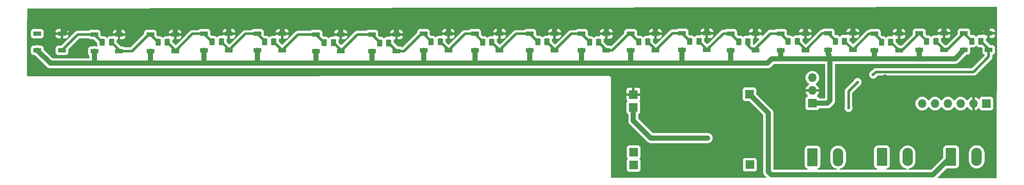
<source format=gbr>
%TF.GenerationSoftware,KiCad,Pcbnew,8.0.6*%
%TF.CreationDate,2024-10-20T14:16:11-03:00*%
%TF.ProjectId,light-box-neopixels,6c696768-742d-4626-9f78-2d6e656f7069,rev?*%
%TF.SameCoordinates,Original*%
%TF.FileFunction,Copper,L2,Bot*%
%TF.FilePolarity,Positive*%
%FSLAX46Y46*%
G04 Gerber Fmt 4.6, Leading zero omitted, Abs format (unit mm)*
G04 Created by KiCad (PCBNEW 8.0.6) date 2024-10-20 14:16:11*
%MOMM*%
%LPD*%
G01*
G04 APERTURE LIST*
G04 Aperture macros list*
%AMRoundRect*
0 Rectangle with rounded corners*
0 $1 Rounding radius*
0 $2 $3 $4 $5 $6 $7 $8 $9 X,Y pos of 4 corners*
0 Add a 4 corners polygon primitive as box body*
4,1,4,$2,$3,$4,$5,$6,$7,$8,$9,$2,$3,0*
0 Add four circle primitives for the rounded corners*
1,1,$1+$1,$2,$3*
1,1,$1+$1,$4,$5*
1,1,$1+$1,$6,$7*
1,1,$1+$1,$8,$9*
0 Add four rect primitives between the rounded corners*
20,1,$1+$1,$2,$3,$4,$5,0*
20,1,$1+$1,$4,$5,$6,$7,0*
20,1,$1+$1,$6,$7,$8,$9,0*
20,1,$1+$1,$8,$9,$2,$3,0*%
G04 Aperture macros list end*
%TA.AperFunction,ComponentPad*%
%ADD10R,1.700000X1.700000*%
%TD*%
%TA.AperFunction,SMDPad,CuDef*%
%ADD11RoundRect,0.250000X0.262500X0.450000X-0.262500X0.450000X-0.262500X-0.450000X0.262500X-0.450000X0*%
%TD*%
%TA.AperFunction,ComponentPad*%
%ADD12O,1.700000X1.700000*%
%TD*%
%TA.AperFunction,ComponentPad*%
%ADD13RoundRect,0.249999X-0.790001X-1.550001X0.790001X-1.550001X0.790001X1.550001X-0.790001X1.550001X0*%
%TD*%
%TA.AperFunction,ComponentPad*%
%ADD14O,2.080000X3.600000*%
%TD*%
%TA.AperFunction,SMDPad,CuDef*%
%ADD15RoundRect,0.090000X-0.660000X-0.360000X0.660000X-0.360000X0.660000X0.360000X-0.660000X0.360000X0*%
%TD*%
%TA.AperFunction,ViaPad*%
%ADD16C,0.600000*%
%TD*%
%TA.AperFunction,Conductor*%
%ADD17C,1.000000*%
%TD*%
%TA.AperFunction,Conductor*%
%ADD18C,0.500000*%
%TD*%
G04 APERTURE END LIST*
D10*
%TO.P,J11,1,Pin_1*%
%TO.N,Net-(J1-Pin_1)*%
X212750000Y-110850000D03*
%TD*%
%TO.P,J10,1,Pin_1*%
%TO.N,Net-(J1-Pin_2)*%
X212800000Y-124850000D03*
%TD*%
%TO.P,J9,1,Pin_1*%
%TO.N,Batt-*%
X189750000Y-113475000D03*
%TD*%
%TO.P,J8,1,Pin_1*%
%TO.N,Net-(J3-Pin_1)*%
X189800000Y-122350000D03*
%TD*%
%TO.P,J7,1,Pin_1*%
%TO.N,GND*%
X189750000Y-110900000D03*
%TD*%
%TO.P,J6,1,Pin_1*%
%TO.N,VCC-batt*%
X189800000Y-124900000D03*
%TD*%
D11*
%TO.P,R19,1*%
%TO.N,Net-(D17-DOUT)*%
X86412500Y-100550000D03*
%TO.P,R19,2*%
%TO.N,Net-(D18-DOUT)*%
X84587500Y-100550000D03*
%TD*%
%TO.P,R18,1*%
%TO.N,Net-(D16-DOUT)*%
X97462500Y-100550000D03*
%TO.P,R18,2*%
%TO.N,Net-(D17-DOUT)*%
X95637500Y-100550000D03*
%TD*%
%TO.P,R17,1*%
%TO.N,15-16*%
X108162500Y-100450000D03*
%TO.P,R17,2*%
%TO.N,Net-(D16-DOUT)*%
X106337500Y-100450000D03*
%TD*%
%TO.P,R16,1*%
%TO.N,Net-(D14-DOUT)*%
X118550000Y-100450000D03*
%TO.P,R16,2*%
%TO.N,15-16*%
X116725000Y-100450000D03*
%TD*%
%TO.P,R15,1*%
%TO.N,Net-(D13-DOUT)*%
X130350000Y-100600000D03*
%TO.P,R15,2*%
%TO.N,Net-(D14-DOUT)*%
X128525000Y-100600000D03*
%TD*%
%TO.P,R14,1*%
%TO.N,Net-(D12-DOUT)*%
X141300000Y-100650000D03*
%TO.P,R14,2*%
%TO.N,Net-(D13-DOUT)*%
X139475000Y-100650000D03*
%TD*%
%TO.P,R13,1*%
%TO.N,Net-(D11-DOUT)*%
X151500000Y-100450000D03*
%TO.P,R13,2*%
%TO.N,Net-(D12-DOUT)*%
X149675000Y-100450000D03*
%TD*%
%TO.P,R12,1*%
%TO.N,Net-(D10-DOUT)*%
X161725000Y-100500000D03*
%TO.P,R12,2*%
%TO.N,Net-(D11-DOUT)*%
X159900000Y-100500000D03*
%TD*%
%TO.P,R11,1*%
%TO.N,Net-(D10-DIN)*%
X172650000Y-100450000D03*
%TO.P,R11,2*%
%TO.N,Net-(D10-DOUT)*%
X170825000Y-100450000D03*
%TD*%
%TO.P,R10,1*%
%TO.N,Net-(D8-DOUT)*%
X182862500Y-100500000D03*
%TO.P,R10,2*%
%TO.N,Net-(D10-DIN)*%
X181037500Y-100500000D03*
%TD*%
%TO.P,R9,1*%
%TO.N,7-8*%
X192600000Y-100450000D03*
%TO.P,R9,2*%
%TO.N,Net-(D8-DOUT)*%
X190775000Y-100450000D03*
%TD*%
%TO.P,R8,1*%
%TO.N,Net-(D6-DOUT)*%
X202725000Y-100350000D03*
%TO.P,R8,2*%
%TO.N,7-8*%
X200900000Y-100350000D03*
%TD*%
%TO.P,R7,1*%
%TO.N,Net-(D5-DOUT)*%
X212412500Y-100400000D03*
%TO.P,R7,2*%
%TO.N,Net-(D6-DOUT)*%
X210587500Y-100400000D03*
%TD*%
%TO.P,R6,1*%
%TO.N,Net-(D4-DOUT)*%
X222200000Y-100350000D03*
%TO.P,R6,2*%
%TO.N,Net-(D5-DOUT)*%
X220375000Y-100350000D03*
%TD*%
%TO.P,R5,1*%
%TO.N,Net-(D3-DOUT)*%
X231550000Y-100300000D03*
%TO.P,R5,2*%
%TO.N,Net-(D4-DOUT)*%
X229725000Y-100300000D03*
%TD*%
%TO.P,R4,1*%
%TO.N,Net-(D2-DOUT)*%
X240700000Y-100500000D03*
%TO.P,R4,2*%
%TO.N,Net-(D3-DOUT)*%
X238875000Y-100500000D03*
%TD*%
%TO.P,R3,1*%
%TO.N,Net-(D1-DOUT)*%
X249650000Y-100350000D03*
%TO.P,R3,2*%
%TO.N,Net-(D2-DOUT)*%
X247825000Y-100350000D03*
%TD*%
%TO.P,R2,1*%
%TO.N,Net-(D1-DIN)*%
X258562500Y-100300000D03*
%TO.P,R2,2*%
%TO.N,Net-(D1-DOUT)*%
X256737500Y-100300000D03*
%TD*%
D10*
%TO.P,J5,1,Pin_1*%
%TO.N,5V*%
X259640000Y-112700000D03*
D12*
%TO.P,J5,2,Pin_2*%
%TO.N,GND*%
X257100000Y-112700000D03*
%TO.P,J5,3,Pin_3*%
%TO.N,Reset*%
X254560000Y-112700000D03*
%TO.P,J5,4,Pin_4*%
%TO.N,D11*%
X252020000Y-112700000D03*
%TO.P,J5,5,Pin_5*%
%TO.N,D12*%
X249480000Y-112700000D03*
%TO.P,J5,6,Pin_6*%
%TO.N,D13*%
X246940000Y-112700000D03*
%TD*%
D10*
%TO.P,J4,1,Pin_1*%
%TO.N,5V*%
X225200000Y-112650000D03*
D12*
%TO.P,J4,2,Pin_2*%
%TO.N,GND*%
X225200000Y-110110000D03*
%TO.P,J4,3,Pin_3*%
%TO.N,VCC-batt*%
X225200000Y-107570000D03*
%TD*%
D13*
%TO.P,J3,1,Pin_1*%
%TO.N,Net-(J3-Pin_1)*%
X225220000Y-123350000D03*
D14*
%TO.P,J3,2,Pin_2*%
%TO.N,Net-(J2-Pin_1)*%
X230300000Y-123350000D03*
%TD*%
D13*
%TO.P,J2,1,Pin_1*%
%TO.N,Net-(J2-Pin_1)*%
X238960000Y-123322500D03*
D14*
%TO.P,J2,2,Pin_2*%
%TO.N,Batt-*%
X244040000Y-123322500D03*
%TD*%
D13*
%TO.P,J1,1,Pin_1*%
%TO.N,Net-(J1-Pin_1)*%
X252660000Y-123272500D03*
D14*
%TO.P,J1,2,Pin_2*%
%TO.N,Net-(J1-Pin_2)*%
X257740000Y-123272500D03*
%TD*%
D15*
%TO.P,D19,1,VDD*%
%TO.N,5V*%
X71700000Y-102100000D03*
%TO.P,D19,2,DOUT*%
%TO.N,unconnected-(D19-DOUT-Pad2)*%
X71700000Y-98800000D03*
%TO.P,D19,3,VSS*%
%TO.N,GND*%
X76600000Y-98800000D03*
%TO.P,D19,4,DIN*%
%TO.N,Net-(D18-DOUT)*%
X76600000Y-102100000D03*
%TD*%
%TO.P,D18,1,VDD*%
%TO.N,5V*%
X83000000Y-102300000D03*
%TO.P,D18,2,DOUT*%
%TO.N,Net-(D18-DOUT)*%
X83000000Y-99000000D03*
%TO.P,D18,3,VSS*%
%TO.N,GND*%
X87900000Y-99000000D03*
%TO.P,D18,4,DIN*%
%TO.N,Net-(D17-DOUT)*%
X87900000Y-102300000D03*
%TD*%
%TO.P,D17,1,VDD*%
%TO.N,5V*%
X94100000Y-102300000D03*
%TO.P,D17,2,DOUT*%
%TO.N,Net-(D17-DOUT)*%
X94100000Y-99000000D03*
%TO.P,D17,3,VSS*%
%TO.N,GND*%
X99000000Y-99000000D03*
%TO.P,D17,4,DIN*%
%TO.N,Net-(D16-DOUT)*%
X99000000Y-102300000D03*
%TD*%
%TO.P,D16,1,VDD*%
%TO.N,5V*%
X104750000Y-102150000D03*
%TO.P,D16,2,DOUT*%
%TO.N,Net-(D16-DOUT)*%
X104750000Y-98850000D03*
%TO.P,D16,3,VSS*%
%TO.N,GND*%
X109650000Y-98850000D03*
%TO.P,D16,4,DIN*%
%TO.N,15-16*%
X109650000Y-102150000D03*
%TD*%
%TO.P,D15,1,VDD*%
%TO.N,5V*%
X115300000Y-102150000D03*
%TO.P,D15,2,DOUT*%
%TO.N,15-16*%
X115300000Y-98850000D03*
%TO.P,D15,3,VSS*%
%TO.N,GND*%
X120200000Y-98850000D03*
%TO.P,D15,4,DIN*%
%TO.N,Net-(D14-DOUT)*%
X120200000Y-102150000D03*
%TD*%
%TO.P,D14,1,VDD*%
%TO.N,5V*%
X126900000Y-102300000D03*
%TO.P,D14,2,DOUT*%
%TO.N,Net-(D14-DOUT)*%
X126900000Y-99000000D03*
%TO.P,D14,3,VSS*%
%TO.N,GND*%
X131800000Y-99000000D03*
%TO.P,D14,4,DIN*%
%TO.N,Net-(D13-DOUT)*%
X131800000Y-102300000D03*
%TD*%
%TO.P,D13,1,VDD*%
%TO.N,5V*%
X137950000Y-102300000D03*
%TO.P,D13,2,DOUT*%
%TO.N,Net-(D13-DOUT)*%
X137950000Y-99000000D03*
%TO.P,D13,3,VSS*%
%TO.N,GND*%
X142850000Y-99000000D03*
%TO.P,D13,4,DIN*%
%TO.N,Net-(D12-DOUT)*%
X142850000Y-102300000D03*
%TD*%
%TO.P,D12,1,VDD*%
%TO.N,5V*%
X148200000Y-102150000D03*
%TO.P,D12,2,DOUT*%
%TO.N,Net-(D12-DOUT)*%
X148200000Y-98850000D03*
%TO.P,D12,3,VSS*%
%TO.N,GND*%
X153100000Y-98850000D03*
%TO.P,D12,4,DIN*%
%TO.N,Net-(D11-DOUT)*%
X153100000Y-102150000D03*
%TD*%
%TO.P,D11,1,VDD*%
%TO.N,5V*%
X158350000Y-102150000D03*
%TO.P,D11,2,DOUT*%
%TO.N,Net-(D11-DOUT)*%
X158350000Y-98850000D03*
%TO.P,D11,3,VSS*%
%TO.N,GND*%
X163250000Y-98850000D03*
%TO.P,D11,4,DIN*%
%TO.N,Net-(D10-DOUT)*%
X163250000Y-102150000D03*
%TD*%
%TO.P,D10,1,VDD*%
%TO.N,5V*%
X169250000Y-102150000D03*
%TO.P,D10,2,DOUT*%
%TO.N,Net-(D10-DOUT)*%
X169250000Y-98850000D03*
%TO.P,D10,3,VSS*%
%TO.N,GND*%
X174150000Y-98850000D03*
%TO.P,D10,4,DIN*%
%TO.N,Net-(D10-DIN)*%
X174150000Y-102150000D03*
%TD*%
%TO.P,D9,1,VDD*%
%TO.N,5V*%
X179500000Y-102150000D03*
%TO.P,D9,2,DOUT*%
%TO.N,Net-(D10-DIN)*%
X179500000Y-98850000D03*
%TO.P,D9,3,VSS*%
%TO.N,GND*%
X184400000Y-98850000D03*
%TO.P,D9,4,DIN*%
%TO.N,Net-(D8-DOUT)*%
X184400000Y-102150000D03*
%TD*%
%TO.P,D8,1,VDD*%
%TO.N,5V*%
X189200000Y-102150000D03*
%TO.P,D8,2,DOUT*%
%TO.N,Net-(D8-DOUT)*%
X189200000Y-98850000D03*
%TO.P,D8,3,VSS*%
%TO.N,GND*%
X194100000Y-98850000D03*
%TO.P,D8,4,DIN*%
%TO.N,7-8*%
X194100000Y-102150000D03*
%TD*%
%TO.P,D7,1,VDD*%
%TO.N,5V*%
X199400000Y-102050000D03*
%TO.P,D7,2,DOUT*%
%TO.N,7-8*%
X199400000Y-98750000D03*
%TO.P,D7,3,VSS*%
%TO.N,GND*%
X204300000Y-98750000D03*
%TO.P,D7,4,DIN*%
%TO.N,Net-(D6-DOUT)*%
X204300000Y-102050000D03*
%TD*%
%TO.P,D6,1,VDD*%
%TO.N,5V*%
X209000000Y-102100000D03*
%TO.P,D6,2,DOUT*%
%TO.N,Net-(D6-DOUT)*%
X209000000Y-98800000D03*
%TO.P,D6,3,VSS*%
%TO.N,GND*%
X213900000Y-98800000D03*
%TO.P,D6,4,DIN*%
%TO.N,Net-(D5-DOUT)*%
X213900000Y-102100000D03*
%TD*%
%TO.P,D5,1,VDD*%
%TO.N,5V*%
X218900000Y-102100000D03*
%TO.P,D5,2,DOUT*%
%TO.N,Net-(D5-DOUT)*%
X218900000Y-98800000D03*
%TO.P,D5,3,VSS*%
%TO.N,GND*%
X223800000Y-98800000D03*
%TO.P,D5,4,DIN*%
%TO.N,Net-(D4-DOUT)*%
X223800000Y-102100000D03*
%TD*%
%TO.P,D4,1,VDD*%
%TO.N,5V*%
X228300000Y-102050000D03*
%TO.P,D4,2,DOUT*%
%TO.N,Net-(D4-DOUT)*%
X228300000Y-98750000D03*
%TO.P,D4,3,VSS*%
%TO.N,GND*%
X233200000Y-98750000D03*
%TO.P,D4,4,DIN*%
%TO.N,Net-(D3-DOUT)*%
X233200000Y-102050000D03*
%TD*%
%TO.P,D3,1,VDD*%
%TO.N,5V*%
X237450000Y-102150000D03*
%TO.P,D3,2,DOUT*%
%TO.N,Net-(D3-DOUT)*%
X237450000Y-98850000D03*
%TO.P,D3,3,VSS*%
%TO.N,GND*%
X242350000Y-98850000D03*
%TO.P,D3,4,DIN*%
%TO.N,Net-(D2-DOUT)*%
X242350000Y-102150000D03*
%TD*%
%TO.P,D2,1,VDD*%
%TO.N,5V*%
X246350000Y-102050000D03*
%TO.P,D2,2,DOUT*%
%TO.N,Net-(D2-DOUT)*%
X246350000Y-98750000D03*
%TO.P,D2,3,VSS*%
%TO.N,GND*%
X251250000Y-98750000D03*
%TO.P,D2,4,DIN*%
%TO.N,Net-(D1-DOUT)*%
X251250000Y-102050000D03*
%TD*%
%TO.P,D1,1,VDD*%
%TO.N,5V*%
X255200000Y-102050000D03*
%TO.P,D1,2,DOUT*%
%TO.N,Net-(D1-DOUT)*%
X255200000Y-98750000D03*
%TO.P,D1,3,VSS*%
%TO.N,GND*%
X260100000Y-98750000D03*
%TO.P,D1,4,DIN*%
%TO.N,Net-(D1-DIN)*%
X260100000Y-102050000D03*
%TD*%
D16*
%TO.N,GND*%
X77475000Y-97925000D03*
X96550000Y-96900000D03*
X117700000Y-96900000D03*
X139950000Y-96900000D03*
X161150000Y-96900000D03*
X182050000Y-96900000D03*
X202250000Y-96900000D03*
X220950000Y-96900000D03*
X240250000Y-96900000D03*
X258100000Y-96900000D03*
%TO.N,WS2812b*%
X234150000Y-108450000D03*
X232350000Y-113550000D03*
%TO.N,Net-(D1-DIN)*%
X237250000Y-106950000D03*
%TO.N,GND*%
X239550000Y-107150000D03*
%TO.N,Batt-*%
X204450000Y-119550000D03*
X203750000Y-119550000D03*
X203100000Y-119550000D03*
%TO.N,GND*%
X232300000Y-114850000D03*
%TD*%
D17*
%TO.N,GND*%
X77475000Y-97925000D02*
X76600000Y-98800000D01*
X96550000Y-96900000D02*
X88150000Y-96900000D01*
X117700000Y-96900000D02*
X109550000Y-96900000D01*
X139950000Y-96900000D02*
X131750000Y-96900000D01*
X161150000Y-96900000D02*
X152900000Y-96900000D01*
X182050000Y-96900000D02*
X174350000Y-96900000D01*
X202250000Y-96900000D02*
X194300000Y-96900000D01*
X220950000Y-96900000D02*
X213850000Y-96900000D01*
X240250000Y-96900000D02*
X232950000Y-96900000D01*
X258100000Y-96900000D02*
X251000000Y-96900000D01*
X251250000Y-97150000D02*
X251000000Y-96900000D01*
X251250000Y-98750000D02*
X251250000Y-97150000D01*
X251000000Y-96900000D02*
X242100000Y-96900000D01*
X258250000Y-96900000D02*
X258100000Y-96900000D01*
X242350000Y-98850000D02*
X242350000Y-97150000D01*
X242350000Y-97150000D02*
X242100000Y-96900000D01*
X242100000Y-96900000D02*
X240250000Y-96900000D01*
X233200000Y-97150000D02*
X232950000Y-96900000D01*
X233200000Y-98750000D02*
X233200000Y-97150000D01*
X232950000Y-96900000D02*
X224000000Y-96900000D01*
X224000000Y-96900000D02*
X220950000Y-96900000D01*
X223800000Y-98800000D02*
X223800000Y-97100000D01*
X223800000Y-97100000D02*
X224000000Y-96900000D01*
X213900000Y-96950000D02*
X213850000Y-96900000D01*
X213900000Y-98800000D02*
X213900000Y-96950000D01*
X213850000Y-96900000D02*
X204550000Y-96900000D01*
X204300000Y-97150000D02*
X204550000Y-96900000D01*
X204300000Y-98750000D02*
X204300000Y-97150000D01*
X204550000Y-96900000D02*
X202250000Y-96900000D01*
X194100000Y-97100000D02*
X194300000Y-96900000D01*
X194300000Y-96900000D02*
X184300000Y-96900000D01*
X194100000Y-98850000D02*
X194100000Y-97100000D01*
X184400000Y-97000000D02*
X184300000Y-96900000D01*
X184400000Y-98850000D02*
X184400000Y-97000000D01*
X184300000Y-96900000D02*
X182050000Y-96900000D01*
X174150000Y-97100000D02*
X174350000Y-96900000D01*
X174350000Y-96900000D02*
X163400000Y-96900000D01*
X174150000Y-98850000D02*
X174150000Y-97100000D01*
X163250000Y-97050000D02*
X163400000Y-96900000D01*
X163250000Y-98850000D02*
X163250000Y-97050000D01*
X163400000Y-96900000D02*
X161150000Y-96900000D01*
X153100000Y-98850000D02*
X153100000Y-97100000D01*
X152900000Y-96900000D02*
X142800000Y-96900000D01*
X153100000Y-97100000D02*
X152900000Y-96900000D01*
X142850000Y-96950000D02*
X142800000Y-96900000D01*
X142800000Y-96900000D02*
X139950000Y-96900000D01*
X142850000Y-99000000D02*
X142850000Y-96950000D01*
X131800000Y-96950000D02*
X131750000Y-96900000D01*
X131800000Y-99000000D02*
X131800000Y-96950000D01*
X131750000Y-96900000D02*
X120300000Y-96900000D01*
X120200000Y-97000000D02*
X120300000Y-96900000D01*
X120200000Y-98850000D02*
X120200000Y-97000000D01*
X120300000Y-96900000D02*
X117700000Y-96900000D01*
X109550000Y-96900000D02*
X98800000Y-96900000D01*
X109650000Y-97000000D02*
X109550000Y-96900000D01*
X109650000Y-98850000D02*
X109650000Y-97000000D01*
X99000000Y-97100000D02*
X98800000Y-96900000D01*
X98800000Y-96900000D02*
X96550000Y-96900000D01*
X99000000Y-99000000D02*
X99000000Y-97100000D01*
X87900000Y-97150000D02*
X88150000Y-96900000D01*
X87900000Y-99000000D02*
X87900000Y-97150000D01*
X88150000Y-96900000D02*
X78500000Y-96900000D01*
X78500000Y-96900000D02*
X77475000Y-97925000D01*
X260100000Y-98750000D02*
X258250000Y-96900000D01*
%TO.N,5V*%
X115300000Y-104650000D02*
X115250000Y-104700000D01*
X115300000Y-102150000D02*
X115300000Y-104650000D01*
X115250000Y-104700000D02*
X104750000Y-104700000D01*
X127050000Y-104700000D02*
X115250000Y-104700000D01*
D18*
%TO.N,Net-(D18-DOUT)*%
X79700000Y-99000000D02*
X76600000Y-102100000D01*
X83000000Y-99000000D02*
X79700000Y-99000000D01*
X84587500Y-100550000D02*
X84550000Y-100550000D01*
X84550000Y-100550000D02*
X83000000Y-99000000D01*
%TO.N,Net-(D17-DOUT)*%
X87900000Y-102037500D02*
X86412500Y-100550000D01*
X87900000Y-102300000D02*
X87900000Y-102037500D01*
X90450000Y-102300000D02*
X87900000Y-102300000D01*
X94100000Y-99000000D02*
X93750000Y-99000000D01*
X93750000Y-99000000D02*
X90450000Y-102300000D01*
X95637500Y-100537500D02*
X94100000Y-99000000D01*
X95637500Y-100550000D02*
X95637500Y-100537500D01*
%TO.N,Net-(D16-DOUT)*%
X99000000Y-102087500D02*
X97462500Y-100550000D01*
X99000000Y-102300000D02*
X99000000Y-102087500D01*
X102450000Y-98850000D02*
X99000000Y-102300000D01*
X104750000Y-98850000D02*
X102450000Y-98850000D01*
X106337500Y-100437500D02*
X104750000Y-98850000D01*
X106337500Y-100450000D02*
X106337500Y-100437500D01*
%TO.N,15-16*%
X109650000Y-101937500D02*
X108162500Y-100450000D01*
X109650000Y-102150000D02*
X109650000Y-101937500D01*
X112950000Y-98850000D02*
X109650000Y-102150000D01*
X115300000Y-98850000D02*
X112950000Y-98850000D01*
X116725000Y-100275000D02*
X115300000Y-98850000D01*
X116725000Y-100450000D02*
X116725000Y-100275000D01*
%TO.N,Net-(D14-DOUT)*%
X120200000Y-102100000D02*
X118550000Y-100450000D01*
X120200000Y-102150000D02*
X120200000Y-102100000D01*
X123350000Y-99000000D02*
X120200000Y-102150000D01*
X126900000Y-99000000D02*
X123350000Y-99000000D01*
X128500000Y-100600000D02*
X126900000Y-99000000D01*
X128525000Y-100600000D02*
X128500000Y-100600000D01*
%TO.N,Net-(D13-DOUT)*%
X131800000Y-102300000D02*
X131800000Y-102050000D01*
X131800000Y-102050000D02*
X130350000Y-100600000D01*
X135100000Y-99000000D02*
X131800000Y-102300000D01*
X137950000Y-99000000D02*
X135100000Y-99000000D01*
X139475000Y-100525000D02*
X137950000Y-99000000D01*
X139475000Y-100650000D02*
X139475000Y-100525000D01*
%TO.N,Net-(D12-DOUT)*%
X142850000Y-102300000D02*
X142850000Y-102200000D01*
X142850000Y-102200000D02*
X141300000Y-100650000D01*
X144350000Y-102300000D02*
X142850000Y-102300000D01*
X147800000Y-98850000D02*
X144350000Y-102300000D01*
X148200000Y-98850000D02*
X147800000Y-98850000D01*
X149675000Y-100325000D02*
X148200000Y-98850000D01*
X149675000Y-100450000D02*
X149675000Y-100325000D01*
%TO.N,Net-(D11-DOUT)*%
X153100000Y-102050000D02*
X151500000Y-100450000D01*
X153100000Y-102150000D02*
X153100000Y-102050000D01*
X156400000Y-98850000D02*
X153100000Y-102150000D01*
X158350000Y-98850000D02*
X156400000Y-98850000D01*
X159900000Y-100400000D02*
X158350000Y-98850000D01*
X159900000Y-100500000D02*
X159900000Y-100400000D01*
%TO.N,Net-(D10-DOUT)*%
X163250000Y-102025000D02*
X161725000Y-100500000D01*
X163250000Y-102150000D02*
X163250000Y-102025000D01*
X166550000Y-98850000D02*
X163250000Y-102150000D01*
X169250000Y-98850000D02*
X166550000Y-98850000D01*
X170825000Y-100425000D02*
X169250000Y-98850000D01*
X170825000Y-100450000D02*
X170825000Y-100425000D01*
%TO.N,Net-(D10-DIN)*%
X174150000Y-101950000D02*
X172650000Y-100450000D01*
X174150000Y-102150000D02*
X174150000Y-101950000D01*
X179500000Y-98850000D02*
X177450000Y-98850000D01*
X177450000Y-98850000D02*
X174150000Y-102150000D01*
X181037500Y-100387500D02*
X179500000Y-98850000D01*
X181037500Y-100500000D02*
X181037500Y-100387500D01*
%TO.N,Net-(D8-DOUT)*%
X184400000Y-102037500D02*
X182862500Y-100500000D01*
X184400000Y-102150000D02*
X184400000Y-102037500D01*
X188900000Y-98850000D02*
X185600000Y-102150000D01*
X185600000Y-102150000D02*
X184400000Y-102150000D01*
X189200000Y-98850000D02*
X188900000Y-98850000D01*
X190775000Y-100425000D02*
X189200000Y-98850000D01*
X190775000Y-100450000D02*
X190775000Y-100425000D01*
%TO.N,7-8*%
X194100000Y-101950000D02*
X192600000Y-100450000D01*
X194100000Y-102150000D02*
X194100000Y-101950000D01*
X197500000Y-98750000D02*
X194100000Y-102150000D01*
X199400000Y-98750000D02*
X197500000Y-98750000D01*
X200900000Y-100250000D02*
X199400000Y-98750000D01*
X200900000Y-100350000D02*
X200900000Y-100250000D01*
%TO.N,Net-(D6-DOUT)*%
X204300000Y-101925000D02*
X202725000Y-100350000D01*
X204300000Y-102050000D02*
X204300000Y-101925000D01*
X207550000Y-98800000D02*
X204300000Y-102050000D01*
X209000000Y-98800000D02*
X207550000Y-98800000D01*
X210587500Y-100400000D02*
X210587500Y-100387500D01*
X210587500Y-100387500D02*
X209000000Y-98800000D01*
%TO.N,Net-(D5-DOUT)*%
X213062500Y-101750000D02*
X213900000Y-101750000D01*
X212412500Y-101100000D02*
X213062500Y-101750000D01*
X212412500Y-100400000D02*
X212412500Y-101100000D01*
X218900000Y-98800000D02*
X216850000Y-98800000D01*
X216850000Y-98800000D02*
X213900000Y-101750000D01*
X220375000Y-100350000D02*
X220375000Y-100275000D01*
X220375000Y-100275000D02*
X218900000Y-98800000D01*
%TO.N,Net-(D4-DOUT)*%
X223800000Y-101950000D02*
X222200000Y-100350000D01*
X223800000Y-102100000D02*
X223800000Y-101950000D01*
X227150000Y-98750000D02*
X223800000Y-102100000D01*
X228300000Y-98750000D02*
X227150000Y-98750000D01*
X229725000Y-100175000D02*
X228300000Y-98750000D01*
X229725000Y-100300000D02*
X229725000Y-100175000D01*
%TO.N,Net-(D3-DOUT)*%
X233200000Y-101950000D02*
X231550000Y-100300000D01*
X233200000Y-102050000D02*
X233200000Y-101950000D01*
X236400000Y-98850000D02*
X233200000Y-102050000D01*
X237450000Y-98850000D02*
X236400000Y-98850000D01*
X238875000Y-100275000D02*
X237450000Y-98850000D01*
X238875000Y-100500000D02*
X238875000Y-100275000D01*
%TO.N,Net-(D2-DOUT)*%
X242350000Y-102150000D02*
X240700000Y-100500000D01*
X242950000Y-102150000D02*
X242350000Y-102150000D01*
X246350000Y-98750000D02*
X242950000Y-102150000D01*
X247825000Y-100225000D02*
X246350000Y-98750000D01*
X247825000Y-100350000D02*
X247825000Y-100225000D01*
%TO.N,Net-(D1-DOUT)*%
X251250000Y-101950000D02*
X249650000Y-100350000D01*
X251250000Y-102050000D02*
X251250000Y-101950000D01*
X251900000Y-102050000D02*
X251250000Y-102050000D01*
X255200000Y-98750000D02*
X251900000Y-102050000D01*
X256737500Y-100287500D02*
X255200000Y-98750000D01*
X256737500Y-100300000D02*
X256737500Y-100287500D01*
%TO.N,Net-(D1-DIN)*%
X260100000Y-102050000D02*
X260100000Y-101837500D01*
X260100000Y-101837500D02*
X258562500Y-100300000D01*
X257100000Y-106400000D02*
X249500000Y-106400000D01*
X260100000Y-103400000D02*
X257100000Y-106400000D01*
X249500000Y-106400000D02*
X249850000Y-106400000D01*
X237800000Y-106400000D02*
X249500000Y-106400000D01*
X237250000Y-106950000D02*
X237800000Y-106400000D01*
%TO.N,WS2812b*%
X232350000Y-110250000D02*
X232350000Y-113550000D01*
X234150000Y-108450000D02*
X232350000Y-110250000D01*
%TO.N,Net-(D1-DIN)*%
X260100000Y-102050000D02*
X260100000Y-103400000D01*
D17*
%TO.N,5V*%
X218900000Y-102100000D02*
X218900000Y-103850000D01*
X218900000Y-103850000D02*
X217150000Y-103850000D01*
X228650000Y-103850000D02*
X218900000Y-103850000D01*
X209000000Y-102100000D02*
X209000000Y-104650000D01*
X209000000Y-104650000D02*
X209050000Y-104700000D01*
X216300000Y-104700000D02*
X209050000Y-104700000D01*
X209050000Y-104700000D02*
X199450000Y-104700000D01*
X199400000Y-104650000D02*
X199450000Y-104700000D01*
X199400000Y-102050000D02*
X199400000Y-104650000D01*
X199450000Y-104700000D02*
X188950000Y-104700000D01*
X189200000Y-104450000D02*
X188950000Y-104700000D01*
X189200000Y-102150000D02*
X189200000Y-104450000D01*
X188950000Y-104700000D02*
X179550000Y-104700000D01*
X179500000Y-104650000D02*
X179550000Y-104700000D01*
X179550000Y-104700000D02*
X169250000Y-104700000D01*
X179500000Y-102150000D02*
X179500000Y-104650000D01*
X169250000Y-102150000D02*
X169250000Y-104700000D01*
X169250000Y-104700000D02*
X158050000Y-104700000D01*
X158350000Y-104400000D02*
X158050000Y-104700000D01*
X158050000Y-104700000D02*
X148050000Y-104700000D01*
X158350000Y-102150000D02*
X158350000Y-104400000D01*
X148200000Y-104550000D02*
X148050000Y-104700000D01*
X148200000Y-102150000D02*
X148200000Y-104550000D01*
X148050000Y-104700000D02*
X137850000Y-104700000D01*
X137950000Y-104600000D02*
X137850000Y-104700000D01*
X137850000Y-104700000D02*
X127050000Y-104700000D01*
X137950000Y-102300000D02*
X137950000Y-104600000D01*
X126900000Y-104550000D02*
X127050000Y-104700000D01*
X126900000Y-102300000D02*
X126900000Y-104550000D01*
X104750000Y-102150000D02*
X104750000Y-104700000D01*
X104750000Y-104700000D02*
X93750000Y-104700000D01*
X94100000Y-102300000D02*
X94100000Y-104350000D01*
X93750000Y-104700000D02*
X83000000Y-104700000D01*
X94100000Y-104350000D02*
X93750000Y-104700000D01*
X83000000Y-102300000D02*
X83000000Y-104700000D01*
X83000000Y-104700000D02*
X74300000Y-104700000D01*
X74300000Y-104700000D02*
X71700000Y-102100000D01*
X217150000Y-103850000D02*
X216300000Y-104700000D01*
X228700000Y-103800000D02*
X228650000Y-103850000D01*
X237450000Y-103800000D02*
X228700000Y-103800000D01*
X246250000Y-103800000D02*
X237450000Y-103800000D01*
X237450000Y-102150000D02*
X237450000Y-103800000D01*
X246350000Y-102050000D02*
X246350000Y-103700000D01*
X246350000Y-103700000D02*
X246250000Y-103800000D01*
X253450000Y-103800000D02*
X246250000Y-103800000D01*
X255200000Y-102050000D02*
X253450000Y-103800000D01*
%TO.N,Batt-*%
X189750000Y-116100000D02*
X189750000Y-113475000D01*
X193200000Y-119550000D02*
X189750000Y-116100000D01*
X204450000Y-119550000D02*
X193200000Y-119550000D01*
%TO.N,5V*%
X228300000Y-102850000D02*
X228300000Y-102050000D01*
X228500000Y-103050000D02*
X228300000Y-102850000D01*
X228500000Y-103600000D02*
X228500000Y-103050000D01*
X228700000Y-103800000D02*
X228500000Y-103600000D01*
X228150000Y-112650000D02*
X228700000Y-112100000D01*
X228700000Y-112100000D02*
X228700000Y-103800000D01*
X225200000Y-112650000D02*
X228150000Y-112650000D01*
%TO.N,Net-(J1-Pin_1)*%
X216450000Y-114550000D02*
X212750000Y-110850000D01*
X216450000Y-126250000D02*
X216450000Y-114550000D01*
X249082500Y-126850000D02*
X217050000Y-126850000D01*
X252660000Y-123272500D02*
X249082500Y-126850000D01*
X217050000Y-126850000D02*
X216450000Y-126250000D01*
%TD*%
%TA.AperFunction,Conductor*%
%TO.N,GND*%
G36*
X261691482Y-93521052D02*
G01*
X261737319Y-93573785D01*
X261748605Y-93625649D01*
X261700391Y-127375273D01*
X261680611Y-127442284D01*
X261627741Y-127487964D01*
X261576311Y-127499096D01*
X250154981Y-127491719D01*
X250087954Y-127471991D01*
X250042233Y-127419158D01*
X250032335Y-127349993D01*
X250061401Y-127286456D01*
X250067366Y-127280052D01*
X251738100Y-125609319D01*
X251799423Y-125575834D01*
X251825781Y-125573000D01*
X253500005Y-125573000D01*
X253500010Y-125573000D01*
X253602798Y-125562499D01*
X253769335Y-125507314D01*
X253918656Y-125415212D01*
X254042712Y-125291156D01*
X254134814Y-125141835D01*
X254189999Y-124975298D01*
X254200500Y-124872510D01*
X254200500Y-122391254D01*
X256199500Y-122391254D01*
X256199500Y-124153745D01*
X256237432Y-124393236D01*
X256312360Y-124623844D01*
X256422448Y-124839901D01*
X256564966Y-125036062D01*
X256564970Y-125036067D01*
X256736432Y-125207529D01*
X256736437Y-125207533D01*
X256851537Y-125291157D01*
X256932602Y-125350054D01*
X257084698Y-125427551D01*
X257148655Y-125460139D01*
X257248900Y-125492710D01*
X257379265Y-125535068D01*
X257490186Y-125552636D01*
X257618755Y-125573000D01*
X257618760Y-125573000D01*
X257861245Y-125573000D01*
X257977347Y-125554610D01*
X258100735Y-125535068D01*
X258331347Y-125460138D01*
X258547398Y-125350054D01*
X258743569Y-125207528D01*
X258915028Y-125036069D01*
X259057554Y-124839898D01*
X259167638Y-124623847D01*
X259242568Y-124393235D01*
X259268225Y-124231245D01*
X259280500Y-124153745D01*
X259280500Y-122391254D01*
X259250487Y-122201763D01*
X259242568Y-122151765D01*
X259167638Y-121921153D01*
X259057554Y-121705102D01*
X258995508Y-121619702D01*
X258915033Y-121508937D01*
X258915029Y-121508932D01*
X258743567Y-121337470D01*
X258743562Y-121337466D01*
X258547401Y-121194948D01*
X258547400Y-121194947D01*
X258547398Y-121194946D01*
X258390859Y-121115185D01*
X258331344Y-121084860D01*
X258100736Y-121009932D01*
X257861245Y-120972000D01*
X257861240Y-120972000D01*
X257618760Y-120972000D01*
X257618755Y-120972000D01*
X257379263Y-121009932D01*
X257148655Y-121084860D01*
X256932598Y-121194948D01*
X256736437Y-121337466D01*
X256736432Y-121337470D01*
X256564970Y-121508932D01*
X256564966Y-121508937D01*
X256422448Y-121705098D01*
X256312360Y-121921155D01*
X256237432Y-122151763D01*
X256199500Y-122391254D01*
X254200500Y-122391254D01*
X254200500Y-121672490D01*
X254189999Y-121569702D01*
X254134814Y-121403165D01*
X254042712Y-121253844D01*
X253918656Y-121129788D01*
X253805512Y-121060000D01*
X253769337Y-121037687D01*
X253769332Y-121037685D01*
X253753685Y-121032500D01*
X253602798Y-120982501D01*
X253602796Y-120982500D01*
X253500017Y-120972000D01*
X253500010Y-120972000D01*
X251819990Y-120972000D01*
X251819982Y-120972000D01*
X251717203Y-120982500D01*
X251717202Y-120982501D01*
X251634669Y-121009849D01*
X251550667Y-121037685D01*
X251550662Y-121037687D01*
X251401342Y-121129789D01*
X251277289Y-121253842D01*
X251185187Y-121403162D01*
X251185185Y-121403167D01*
X251168617Y-121453167D01*
X251130001Y-121569702D01*
X251130001Y-121569703D01*
X251130000Y-121569703D01*
X251119500Y-121672482D01*
X251119500Y-123346718D01*
X251099815Y-123413757D01*
X251083181Y-123434399D01*
X248704399Y-125813181D01*
X248643076Y-125846666D01*
X248616718Y-125849500D01*
X244306747Y-125849500D01*
X244239708Y-125829815D01*
X244193953Y-125777011D01*
X244184009Y-125707853D01*
X244213034Y-125644297D01*
X244271812Y-125606523D01*
X244287349Y-125603027D01*
X244332414Y-125595888D01*
X244400735Y-125585068D01*
X244631347Y-125510138D01*
X244847398Y-125400054D01*
X245043569Y-125257528D01*
X245215028Y-125086069D01*
X245357554Y-124889898D01*
X245467638Y-124673847D01*
X245542568Y-124443235D01*
X245576144Y-124231245D01*
X245580500Y-124203745D01*
X245580500Y-122441254D01*
X245558432Y-122301931D01*
X245542568Y-122201765D01*
X245476574Y-121998655D01*
X245467639Y-121971155D01*
X245467638Y-121971153D01*
X245357554Y-121755102D01*
X245297533Y-121672490D01*
X245215033Y-121558937D01*
X245215029Y-121558932D01*
X245043567Y-121387470D01*
X245043562Y-121387466D01*
X244847401Y-121244948D01*
X244847400Y-121244947D01*
X244847398Y-121244946D01*
X244685315Y-121162360D01*
X244631344Y-121134860D01*
X244400736Y-121059932D01*
X244161245Y-121022000D01*
X244161240Y-121022000D01*
X243918760Y-121022000D01*
X243918755Y-121022000D01*
X243679263Y-121059932D01*
X243448655Y-121134860D01*
X243232598Y-121244948D01*
X243036437Y-121387466D01*
X243036432Y-121387470D01*
X242864970Y-121558932D01*
X242864966Y-121558937D01*
X242722448Y-121755098D01*
X242612360Y-121971155D01*
X242537432Y-122201763D01*
X242499500Y-122441254D01*
X242499500Y-124203745D01*
X242537432Y-124443236D01*
X242612360Y-124673844D01*
X242612362Y-124673847D01*
X242713586Y-124872510D01*
X242722448Y-124889901D01*
X242864966Y-125086062D01*
X242864970Y-125086067D01*
X243036432Y-125257529D01*
X243036437Y-125257533D01*
X243207539Y-125381845D01*
X243232602Y-125400054D01*
X243414449Y-125492710D01*
X243448655Y-125510139D01*
X243533293Y-125537639D01*
X243679265Y-125585068D01*
X243741821Y-125594975D01*
X243792651Y-125603027D01*
X243855786Y-125632956D01*
X243892717Y-125692268D01*
X243891719Y-125762130D01*
X243853109Y-125820363D01*
X243789145Y-125848477D01*
X243773253Y-125849500D01*
X239956000Y-125849500D01*
X239888961Y-125829815D01*
X239843206Y-125777011D01*
X239833262Y-125707853D01*
X239862287Y-125644297D01*
X239916995Y-125607794D01*
X240069335Y-125557314D01*
X240218656Y-125465212D01*
X240342712Y-125341156D01*
X240434814Y-125191835D01*
X240489999Y-125025298D01*
X240500500Y-124922510D01*
X240500500Y-121722490D01*
X240489999Y-121619702D01*
X240434814Y-121453165D01*
X240342712Y-121303844D01*
X240218656Y-121179788D01*
X240069335Y-121087686D01*
X239902798Y-121032501D01*
X239902796Y-121032500D01*
X239800017Y-121022000D01*
X239800010Y-121022000D01*
X238119990Y-121022000D01*
X238119982Y-121022000D01*
X238017203Y-121032500D01*
X238017202Y-121032501D01*
X237965903Y-121049500D01*
X237850667Y-121087685D01*
X237850662Y-121087687D01*
X237701342Y-121179789D01*
X237577289Y-121303842D01*
X237485187Y-121453162D01*
X237485185Y-121453167D01*
X237466705Y-121508937D01*
X237430001Y-121619702D01*
X237430001Y-121619703D01*
X237430000Y-121619703D01*
X237419500Y-121722482D01*
X237419500Y-124922517D01*
X237430000Y-125025296D01*
X237485185Y-125191832D01*
X237485187Y-125191837D01*
X237502146Y-125219332D01*
X237577288Y-125341156D01*
X237701344Y-125465212D01*
X237850665Y-125557314D01*
X238003004Y-125607794D01*
X238060449Y-125647567D01*
X238087272Y-125712083D01*
X238074957Y-125780858D01*
X238027414Y-125832058D01*
X237964000Y-125849500D01*
X230714440Y-125849500D01*
X230647401Y-125829815D01*
X230601646Y-125777011D01*
X230591702Y-125707853D01*
X230620727Y-125644297D01*
X230676122Y-125607569D01*
X230891344Y-125537639D01*
X230891344Y-125537638D01*
X230891347Y-125537638D01*
X231107398Y-125427554D01*
X231303569Y-125285028D01*
X231475028Y-125113569D01*
X231617554Y-124917398D01*
X231727638Y-124701347D01*
X231802568Y-124470735D01*
X231822110Y-124347347D01*
X231840500Y-124231245D01*
X231840500Y-122468754D01*
X231818432Y-122329431D01*
X231802568Y-122229265D01*
X231727638Y-121998653D01*
X231617554Y-121782602D01*
X231573880Y-121722490D01*
X231475033Y-121586437D01*
X231475029Y-121586432D01*
X231303567Y-121414970D01*
X231303562Y-121414966D01*
X231107401Y-121272448D01*
X231107400Y-121272447D01*
X231107398Y-121272446D01*
X230979519Y-121207288D01*
X230891344Y-121162360D01*
X230660736Y-121087432D01*
X230421245Y-121049500D01*
X230421240Y-121049500D01*
X230178760Y-121049500D01*
X230178755Y-121049500D01*
X229939263Y-121087432D01*
X229708655Y-121162360D01*
X229492598Y-121272448D01*
X229296437Y-121414966D01*
X229296432Y-121414970D01*
X229124970Y-121586432D01*
X229124966Y-121586437D01*
X228982448Y-121782598D01*
X228872360Y-121998655D01*
X228797432Y-122229263D01*
X228759500Y-122468754D01*
X228759500Y-124231245D01*
X228797432Y-124470736D01*
X228872360Y-124701344D01*
X228872362Y-124701347D01*
X228959574Y-124872510D01*
X228982448Y-124917401D01*
X229124966Y-125113562D01*
X229124970Y-125113567D01*
X229296432Y-125285029D01*
X229296437Y-125285033D01*
X229411537Y-125368657D01*
X229492602Y-125427554D01*
X229703607Y-125535067D01*
X229708655Y-125537639D01*
X229923878Y-125607569D01*
X229981553Y-125647006D01*
X230008752Y-125711365D01*
X229996838Y-125780211D01*
X229949594Y-125831687D01*
X229885560Y-125849500D01*
X226298989Y-125849500D01*
X226231950Y-125829815D01*
X226186195Y-125777011D01*
X226176251Y-125707853D01*
X226205276Y-125644297D01*
X226259983Y-125607794D01*
X226329335Y-125584814D01*
X226478656Y-125492712D01*
X226602712Y-125368656D01*
X226694814Y-125219335D01*
X226749999Y-125052798D01*
X226760500Y-124950010D01*
X226760500Y-121749990D01*
X226749999Y-121647202D01*
X226694814Y-121480665D01*
X226602712Y-121331344D01*
X226478656Y-121207288D01*
X226373545Y-121142455D01*
X226329337Y-121115187D01*
X226329332Y-121115185D01*
X226327863Y-121114698D01*
X226162798Y-121060001D01*
X226162796Y-121060000D01*
X226060017Y-121049500D01*
X226060010Y-121049500D01*
X224379990Y-121049500D01*
X224379982Y-121049500D01*
X224277203Y-121060000D01*
X224277202Y-121060001D01*
X224202183Y-121084860D01*
X224110667Y-121115185D01*
X224110662Y-121115187D01*
X223961342Y-121207289D01*
X223837289Y-121331342D01*
X223745187Y-121480662D01*
X223745185Y-121480667D01*
X223719251Y-121558931D01*
X223690001Y-121647202D01*
X223690001Y-121647203D01*
X223690000Y-121647203D01*
X223679500Y-121749982D01*
X223679500Y-124950017D01*
X223690000Y-125052796D01*
X223736072Y-125191832D01*
X223745186Y-125219335D01*
X223837288Y-125368656D01*
X223961344Y-125492712D01*
X224110665Y-125584814D01*
X224180015Y-125607794D01*
X224237460Y-125647567D01*
X224264283Y-125712083D01*
X224251968Y-125780858D01*
X224204425Y-125832058D01*
X224141011Y-125849500D01*
X217574500Y-125849500D01*
X217507461Y-125829815D01*
X217461706Y-125777011D01*
X217450500Y-125725500D01*
X217450500Y-114451456D01*
X217412052Y-114258170D01*
X217412051Y-114258169D01*
X217412051Y-114258165D01*
X217379598Y-114179815D01*
X217336635Y-114076092D01*
X217336628Y-114076079D01*
X217227139Y-113912218D01*
X217227136Y-113912214D01*
X217084686Y-113769764D01*
X217084655Y-113769735D01*
X214136818Y-110821898D01*
X214103333Y-110760575D01*
X214100499Y-110734217D01*
X214100499Y-109952129D01*
X214100498Y-109952123D01*
X214100497Y-109952116D01*
X214094091Y-109892517D01*
X214076468Y-109845268D01*
X214043797Y-109757671D01*
X214043793Y-109757664D01*
X213957547Y-109642455D01*
X213957544Y-109642452D01*
X213842335Y-109556206D01*
X213842328Y-109556202D01*
X213707482Y-109505908D01*
X213707483Y-109505908D01*
X213647883Y-109499501D01*
X213647881Y-109499500D01*
X213647873Y-109499500D01*
X213647864Y-109499500D01*
X211852129Y-109499500D01*
X211852123Y-109499501D01*
X211792516Y-109505908D01*
X211657671Y-109556202D01*
X211657664Y-109556206D01*
X211542455Y-109642452D01*
X211542452Y-109642455D01*
X211456206Y-109757664D01*
X211456202Y-109757671D01*
X211405908Y-109892517D01*
X211400522Y-109942620D01*
X211399501Y-109952123D01*
X211399500Y-109952135D01*
X211399500Y-111747870D01*
X211399501Y-111747876D01*
X211405908Y-111807483D01*
X211456202Y-111942328D01*
X211456206Y-111942335D01*
X211542452Y-112057544D01*
X211542455Y-112057547D01*
X211657664Y-112143793D01*
X211657671Y-112143797D01*
X211792517Y-112194091D01*
X211792516Y-112194091D01*
X211799444Y-112194835D01*
X211852127Y-112200500D01*
X212634217Y-112200499D01*
X212701256Y-112220183D01*
X212721898Y-112236818D01*
X215413181Y-114928101D01*
X215446666Y-114989424D01*
X215449500Y-115015782D01*
X215449500Y-126348544D01*
X215487947Y-126541829D01*
X215487949Y-126541835D01*
X215494713Y-126558164D01*
X215494714Y-126558168D01*
X215563364Y-126723907D01*
X215563371Y-126723920D01*
X215672860Y-126887781D01*
X215672863Y-126887785D01*
X215816537Y-127031459D01*
X215816559Y-127031479D01*
X216043025Y-127257945D01*
X216076510Y-127319268D01*
X216071526Y-127388960D01*
X216029654Y-127444893D01*
X215964190Y-127469310D01*
X215955264Y-127469626D01*
X185424420Y-127449903D01*
X185357393Y-127430175D01*
X185311672Y-127377342D01*
X185300500Y-127325903D01*
X185300500Y-121452135D01*
X188449500Y-121452135D01*
X188449500Y-123247870D01*
X188449501Y-123247876D01*
X188455908Y-123307483D01*
X188506202Y-123442328D01*
X188506203Y-123442330D01*
X188587321Y-123550689D01*
X188611738Y-123616153D01*
X188596887Y-123684426D01*
X188587321Y-123699311D01*
X188506203Y-123807669D01*
X188506202Y-123807671D01*
X188455908Y-123942517D01*
X188449501Y-124002116D01*
X188449501Y-124002123D01*
X188449500Y-124002135D01*
X188449500Y-125797870D01*
X188449501Y-125797876D01*
X188455908Y-125857483D01*
X188506202Y-125992328D01*
X188506206Y-125992335D01*
X188592452Y-126107544D01*
X188592455Y-126107547D01*
X188707664Y-126193793D01*
X188707671Y-126193797D01*
X188842517Y-126244091D01*
X188842516Y-126244091D01*
X188849444Y-126244835D01*
X188902127Y-126250500D01*
X190697872Y-126250499D01*
X190757483Y-126244091D01*
X190892331Y-126193796D01*
X191007546Y-126107546D01*
X191093796Y-125992331D01*
X191144091Y-125857483D01*
X191150500Y-125797873D01*
X191150499Y-124002128D01*
X191145125Y-123952135D01*
X211449500Y-123952135D01*
X211449500Y-125747870D01*
X211449501Y-125747876D01*
X211455908Y-125807483D01*
X211506202Y-125942328D01*
X211506206Y-125942335D01*
X211592452Y-126057544D01*
X211592455Y-126057547D01*
X211707664Y-126143793D01*
X211707671Y-126143797D01*
X211842517Y-126194091D01*
X211842516Y-126194091D01*
X211849444Y-126194835D01*
X211902127Y-126200500D01*
X213697872Y-126200499D01*
X213757483Y-126194091D01*
X213892331Y-126143796D01*
X214007546Y-126057546D01*
X214093796Y-125942331D01*
X214144091Y-125807483D01*
X214150500Y-125747873D01*
X214150499Y-123952128D01*
X214144091Y-123892517D01*
X214112444Y-123807668D01*
X214093797Y-123757671D01*
X214093793Y-123757664D01*
X214007547Y-123642455D01*
X214007544Y-123642452D01*
X213892335Y-123556206D01*
X213892328Y-123556202D01*
X213757482Y-123505908D01*
X213757483Y-123505908D01*
X213697883Y-123499501D01*
X213697881Y-123499500D01*
X213697873Y-123499500D01*
X213697864Y-123499500D01*
X211902129Y-123499500D01*
X211902123Y-123499501D01*
X211842516Y-123505908D01*
X211707671Y-123556202D01*
X211707664Y-123556206D01*
X211592455Y-123642452D01*
X211592452Y-123642455D01*
X211506206Y-123757664D01*
X211506202Y-123757671D01*
X211455908Y-123892517D01*
X211450533Y-123942516D01*
X211449501Y-123952123D01*
X211449500Y-123952135D01*
X191145125Y-123952135D01*
X191144091Y-123942517D01*
X191125442Y-123892517D01*
X191093797Y-123807671D01*
X191093795Y-123807668D01*
X191056367Y-123757671D01*
X191012678Y-123699309D01*
X190988261Y-123633848D01*
X191003112Y-123565574D01*
X191012673Y-123550696D01*
X191093796Y-123442331D01*
X191144091Y-123307483D01*
X191150500Y-123247873D01*
X191150499Y-121452128D01*
X191144091Y-121392517D01*
X191142209Y-121387472D01*
X191093797Y-121257671D01*
X191093793Y-121257664D01*
X191007547Y-121142455D01*
X191007544Y-121142452D01*
X190892335Y-121056206D01*
X190892328Y-121056202D01*
X190757482Y-121005908D01*
X190757483Y-121005908D01*
X190697883Y-120999501D01*
X190697881Y-120999500D01*
X190697873Y-120999500D01*
X190697864Y-120999500D01*
X188902129Y-120999500D01*
X188902123Y-120999501D01*
X188842516Y-121005908D01*
X188707671Y-121056202D01*
X188707664Y-121056206D01*
X188592455Y-121142452D01*
X188592452Y-121142455D01*
X188506206Y-121257664D01*
X188506202Y-121257671D01*
X188455908Y-121392517D01*
X188449501Y-121452116D01*
X188449501Y-121452123D01*
X188449500Y-121452135D01*
X185300500Y-121452135D01*
X185300500Y-112577135D01*
X188399500Y-112577135D01*
X188399500Y-114372870D01*
X188399501Y-114372876D01*
X188405908Y-114432483D01*
X188456202Y-114567328D01*
X188456206Y-114567335D01*
X188542452Y-114682544D01*
X188542455Y-114682547D01*
X188657665Y-114768794D01*
X188657667Y-114768794D01*
X188657669Y-114768796D01*
X188668830Y-114772958D01*
X188724764Y-114814826D01*
X188749184Y-114880289D01*
X188749500Y-114889141D01*
X188749500Y-116198541D01*
X188749500Y-116198543D01*
X188749499Y-116198543D01*
X188787947Y-116391829D01*
X188787950Y-116391839D01*
X188863364Y-116573907D01*
X188863371Y-116573920D01*
X188972860Y-116737781D01*
X188972863Y-116737785D01*
X189116537Y-116881459D01*
X189116559Y-116881479D01*
X192419735Y-120184655D01*
X192419764Y-120184686D01*
X192562214Y-120327136D01*
X192562218Y-120327139D01*
X192726079Y-120436628D01*
X192726092Y-120436635D01*
X192854833Y-120489961D01*
X192897744Y-120507735D01*
X192908164Y-120512051D01*
X193004812Y-120531275D01*
X193053135Y-120540887D01*
X193101458Y-120550500D01*
X193101459Y-120550500D01*
X204548543Y-120550500D01*
X204678582Y-120524632D01*
X204741835Y-120512051D01*
X204923914Y-120436632D01*
X205087782Y-120327139D01*
X205227139Y-120187782D01*
X205336632Y-120023914D01*
X205412051Y-119841835D01*
X205450500Y-119648541D01*
X205450500Y-119451459D01*
X205450500Y-119451456D01*
X205412052Y-119258170D01*
X205412051Y-119258169D01*
X205412051Y-119258165D01*
X205412049Y-119258160D01*
X205336635Y-119076092D01*
X205336628Y-119076079D01*
X205227139Y-118912218D01*
X205227136Y-118912214D01*
X205087785Y-118772863D01*
X205087781Y-118772860D01*
X204923920Y-118663371D01*
X204923907Y-118663364D01*
X204741839Y-118587950D01*
X204741829Y-118587947D01*
X204548543Y-118549500D01*
X204548541Y-118549500D01*
X193665782Y-118549500D01*
X193598743Y-118529815D01*
X193578101Y-118513181D01*
X190786819Y-115721899D01*
X190753334Y-115660576D01*
X190750500Y-115634218D01*
X190750500Y-114889141D01*
X190770185Y-114822102D01*
X190822989Y-114776347D01*
X190831149Y-114772966D01*
X190842331Y-114768796D01*
X190957546Y-114682546D01*
X191043796Y-114567331D01*
X191094091Y-114432483D01*
X191100500Y-114372873D01*
X191100499Y-112577128D01*
X191094091Y-112517517D01*
X191074351Y-112464592D01*
X191043797Y-112382671D01*
X191043793Y-112382664D01*
X190953010Y-112261394D01*
X190928592Y-112195930D01*
X190943443Y-112127657D01*
X190953010Y-112112772D01*
X191043350Y-111992093D01*
X191043354Y-111992086D01*
X191093596Y-111857379D01*
X191093598Y-111857372D01*
X191099999Y-111797844D01*
X191100000Y-111797827D01*
X191100000Y-111150000D01*
X190183012Y-111150000D01*
X190215925Y-111092993D01*
X190250000Y-110965826D01*
X190250000Y-110834174D01*
X190215925Y-110707007D01*
X190183012Y-110650000D01*
X191100000Y-110650000D01*
X191100000Y-110002172D01*
X191099999Y-110002155D01*
X191093598Y-109942627D01*
X191093596Y-109942620D01*
X191043354Y-109807913D01*
X191043350Y-109807906D01*
X190957190Y-109692812D01*
X190957187Y-109692809D01*
X190842093Y-109606649D01*
X190842086Y-109606645D01*
X190707379Y-109556403D01*
X190707372Y-109556401D01*
X190647844Y-109550000D01*
X190000000Y-109550000D01*
X190000000Y-110466988D01*
X189942993Y-110434075D01*
X189815826Y-110400000D01*
X189684174Y-110400000D01*
X189557007Y-110434075D01*
X189500000Y-110466988D01*
X189500000Y-109550000D01*
X188852155Y-109550000D01*
X188792627Y-109556401D01*
X188792620Y-109556403D01*
X188657913Y-109606645D01*
X188657906Y-109606649D01*
X188542812Y-109692809D01*
X188542809Y-109692812D01*
X188456649Y-109807906D01*
X188456645Y-109807913D01*
X188406403Y-109942620D01*
X188406401Y-109942627D01*
X188400000Y-110002155D01*
X188400000Y-110650000D01*
X189316988Y-110650000D01*
X189284075Y-110707007D01*
X189250000Y-110834174D01*
X189250000Y-110965826D01*
X189284075Y-111092993D01*
X189316988Y-111150000D01*
X188400000Y-111150000D01*
X188400000Y-111797844D01*
X188406401Y-111857372D01*
X188406403Y-111857379D01*
X188456645Y-111992086D01*
X188456647Y-111992089D01*
X188546990Y-112112772D01*
X188571407Y-112178236D01*
X188556555Y-112246509D01*
X188546990Y-112261394D01*
X188456204Y-112382668D01*
X188456202Y-112382671D01*
X188405908Y-112517517D01*
X188399846Y-112573906D01*
X188399501Y-112577123D01*
X188399500Y-112577135D01*
X185300500Y-112577135D01*
X185300500Y-107774030D01*
X185300532Y-107773529D01*
X185300524Y-107755565D01*
X185300500Y-107698628D01*
X185300500Y-107634108D01*
X185300500Y-107634102D01*
X185300487Y-107634004D01*
X185300473Y-107633900D01*
X185300472Y-107633892D01*
X185283099Y-107569165D01*
X185283085Y-107569114D01*
X185266391Y-107506812D01*
X185266311Y-107506619D01*
X185266309Y-107506612D01*
X185234898Y-107452262D01*
X185233087Y-107449128D01*
X185233097Y-107449121D01*
X185233059Y-107449081D01*
X185200500Y-107392686D01*
X185200494Y-107392680D01*
X185200369Y-107392516D01*
X185200367Y-107392513D01*
X185200364Y-107392510D01*
X185153754Y-107345939D01*
X185153757Y-107345935D01*
X185153715Y-107345901D01*
X185107317Y-107299502D01*
X185107138Y-107299365D01*
X185050046Y-107266435D01*
X185050009Y-107266396D01*
X185050002Y-107266410D01*
X184993181Y-107233605D01*
X184993005Y-107233532D01*
X184992991Y-107233526D01*
X184930121Y-107216710D01*
X184930069Y-107216696D01*
X184919532Y-107213872D01*
X184865892Y-107199500D01*
X184865891Y-107199500D01*
X184865887Y-107199499D01*
X184865685Y-107199472D01*
X184865676Y-107199472D01*
X184807363Y-107199497D01*
X184800883Y-107199500D01*
X184726535Y-107199500D01*
X184726041Y-107199531D01*
X69774054Y-107249207D01*
X69707006Y-107229551D01*
X69661228Y-107176767D01*
X69650000Y-107125207D01*
X69650000Y-102984647D01*
X69650007Y-102983360D01*
X69650197Y-102965084D01*
X69663316Y-101701298D01*
X70449500Y-101701298D01*
X70449500Y-102498703D01*
X70464696Y-102614142D01*
X70464699Y-102614151D01*
X70513908Y-102732953D01*
X70524200Y-102757798D01*
X70618851Y-102881149D01*
X70742202Y-102975800D01*
X70885849Y-103035301D01*
X71001299Y-103050500D01*
X71184216Y-103050499D01*
X71251256Y-103070183D01*
X71271897Y-103086817D01*
X73522860Y-105337781D01*
X73522861Y-105337782D01*
X73662218Y-105477139D01*
X73662219Y-105477140D01*
X73826079Y-105586628D01*
X73826092Y-105586635D01*
X73954833Y-105639961D01*
X73971021Y-105646666D01*
X74008164Y-105662051D01*
X74090064Y-105678342D01*
X74117912Y-105683881D01*
X74201456Y-105700500D01*
X74201459Y-105700500D01*
X216398543Y-105700500D01*
X216472804Y-105685728D01*
X216509936Y-105678342D01*
X216591836Y-105662051D01*
X216645165Y-105639961D01*
X216773914Y-105586632D01*
X216937782Y-105477139D01*
X217077139Y-105337782D01*
X217077140Y-105337779D01*
X217528103Y-104886816D01*
X217589425Y-104853334D01*
X217615783Y-104850500D01*
X218801459Y-104850500D01*
X227575500Y-104850500D01*
X227642539Y-104870185D01*
X227688294Y-104922989D01*
X227699500Y-104974500D01*
X227699500Y-111525500D01*
X227679815Y-111592539D01*
X227627011Y-111638294D01*
X227575500Y-111649500D01*
X226614141Y-111649500D01*
X226547102Y-111629815D01*
X226501347Y-111577011D01*
X226497969Y-111568859D01*
X226493796Y-111557669D01*
X226493793Y-111557665D01*
X226493793Y-111557664D01*
X226407547Y-111442455D01*
X226407544Y-111442452D01*
X226292335Y-111356206D01*
X226292328Y-111356202D01*
X226160401Y-111306997D01*
X226104467Y-111265126D01*
X226080050Y-111199662D01*
X226094902Y-111131389D01*
X226116053Y-111103133D01*
X226238108Y-110981078D01*
X226373600Y-110787578D01*
X226473429Y-110573492D01*
X226473432Y-110573486D01*
X226530636Y-110360000D01*
X225633012Y-110360000D01*
X225665925Y-110302993D01*
X225700000Y-110175826D01*
X225700000Y-110044174D01*
X225665925Y-109917007D01*
X225633012Y-109860000D01*
X226530636Y-109860000D01*
X226530635Y-109859999D01*
X226473432Y-109646513D01*
X226473429Y-109646507D01*
X226373600Y-109432422D01*
X226373599Y-109432420D01*
X226238113Y-109238926D01*
X226238108Y-109238920D01*
X226071078Y-109071890D01*
X225885405Y-108941879D01*
X225841780Y-108887302D01*
X225834588Y-108817804D01*
X225866110Y-108755449D01*
X225885406Y-108738730D01*
X226071401Y-108608495D01*
X226238495Y-108441401D01*
X226374035Y-108247830D01*
X226473903Y-108033663D01*
X226535063Y-107805408D01*
X226555659Y-107570000D01*
X226555581Y-107569114D01*
X226545083Y-107449121D01*
X226535063Y-107334592D01*
X226478959Y-107125207D01*
X226473905Y-107106344D01*
X226473904Y-107106343D01*
X226473903Y-107106337D01*
X226374035Y-106892171D01*
X226289016Y-106770750D01*
X226238494Y-106698597D01*
X226071402Y-106531506D01*
X226071395Y-106531501D01*
X225877834Y-106395967D01*
X225877830Y-106395965D01*
X225877828Y-106395964D01*
X225663663Y-106296097D01*
X225663659Y-106296096D01*
X225663655Y-106296094D01*
X225435413Y-106234938D01*
X225435403Y-106234936D01*
X225200001Y-106214341D01*
X225199999Y-106214341D01*
X224964596Y-106234936D01*
X224964586Y-106234938D01*
X224736344Y-106296094D01*
X224736335Y-106296098D01*
X224522171Y-106395964D01*
X224522169Y-106395965D01*
X224328597Y-106531505D01*
X224161505Y-106698597D01*
X224025965Y-106892169D01*
X224025964Y-106892171D01*
X223926098Y-107106335D01*
X223926094Y-107106344D01*
X223864938Y-107334586D01*
X223864936Y-107334596D01*
X223844341Y-107569999D01*
X223844341Y-107570000D01*
X223864936Y-107805403D01*
X223864938Y-107805413D01*
X223926094Y-108033655D01*
X223926096Y-108033659D01*
X223926097Y-108033663D01*
X223979734Y-108148687D01*
X224025965Y-108247830D01*
X224025967Y-108247834D01*
X224161501Y-108441395D01*
X224161506Y-108441402D01*
X224328597Y-108608493D01*
X224328603Y-108608498D01*
X224514594Y-108738730D01*
X224558219Y-108793307D01*
X224565413Y-108862805D01*
X224533890Y-108925160D01*
X224514595Y-108941880D01*
X224328922Y-109071890D01*
X224328920Y-109071891D01*
X224161891Y-109238920D01*
X224161886Y-109238926D01*
X224026400Y-109432420D01*
X224026399Y-109432422D01*
X223926570Y-109646507D01*
X223926567Y-109646513D01*
X223869364Y-109859999D01*
X223869364Y-109860000D01*
X224766988Y-109860000D01*
X224734075Y-109917007D01*
X224700000Y-110044174D01*
X224700000Y-110175826D01*
X224734075Y-110302993D01*
X224766988Y-110360000D01*
X223869364Y-110360000D01*
X223926567Y-110573486D01*
X223926570Y-110573492D01*
X224026399Y-110787578D01*
X224161894Y-110981082D01*
X224283946Y-111103134D01*
X224317431Y-111164457D01*
X224312447Y-111234149D01*
X224270575Y-111290082D01*
X224239598Y-111306997D01*
X224107671Y-111356202D01*
X224107664Y-111356206D01*
X223992455Y-111442452D01*
X223992452Y-111442455D01*
X223906206Y-111557664D01*
X223906202Y-111557671D01*
X223855908Y-111692517D01*
X223849501Y-111752116D01*
X223849500Y-111752135D01*
X223849500Y-113547870D01*
X223849501Y-113547876D01*
X223855908Y-113607483D01*
X223906202Y-113742328D01*
X223906206Y-113742335D01*
X223992452Y-113857544D01*
X223992455Y-113857547D01*
X224107664Y-113943793D01*
X224107671Y-113943797D01*
X224242517Y-113994091D01*
X224242516Y-113994091D01*
X224249444Y-113994835D01*
X224302127Y-114000500D01*
X226097872Y-114000499D01*
X226157483Y-113994091D01*
X226292331Y-113943796D01*
X226407546Y-113857546D01*
X226493796Y-113742331D01*
X226497960Y-113731165D01*
X226539829Y-113675234D01*
X226605293Y-113650816D01*
X226614141Y-113650500D01*
X228248542Y-113650500D01*
X228267870Y-113646655D01*
X228345188Y-113631275D01*
X228441836Y-113612051D01*
X228503202Y-113586632D01*
X228591650Y-113549996D01*
X231544435Y-113549996D01*
X231544435Y-113550003D01*
X231564630Y-113729249D01*
X231564631Y-113729254D01*
X231624211Y-113899523D01*
X231706594Y-114030634D01*
X231720184Y-114052262D01*
X231847738Y-114179816D01*
X231938080Y-114236582D01*
X231972437Y-114258170D01*
X232000478Y-114275789D01*
X232170745Y-114335368D01*
X232170750Y-114335369D01*
X232349996Y-114355565D01*
X232350000Y-114355565D01*
X232350004Y-114355565D01*
X232529249Y-114335369D01*
X232529252Y-114335368D01*
X232529255Y-114335368D01*
X232699522Y-114275789D01*
X232852262Y-114179816D01*
X232979816Y-114052262D01*
X233075789Y-113899522D01*
X233135368Y-113729255D01*
X233144206Y-113650816D01*
X233155565Y-113550003D01*
X233155565Y-113549996D01*
X233135368Y-113370747D01*
X233135368Y-113370745D01*
X233107458Y-113290982D01*
X233100500Y-113250028D01*
X233100500Y-112699999D01*
X245584341Y-112699999D01*
X245584341Y-112700000D01*
X245604936Y-112935403D01*
X245604938Y-112935413D01*
X245666094Y-113163655D01*
X245666096Y-113163659D01*
X245666097Y-113163663D01*
X245746004Y-113335023D01*
X245765965Y-113377830D01*
X245765967Y-113377834D01*
X245874281Y-113532521D01*
X245901505Y-113571401D01*
X246068599Y-113738495D01*
X246165384Y-113806265D01*
X246262165Y-113874032D01*
X246262167Y-113874033D01*
X246262170Y-113874035D01*
X246476337Y-113973903D01*
X246704592Y-114035063D01*
X246881034Y-114050500D01*
X246939999Y-114055659D01*
X246940000Y-114055659D01*
X246940001Y-114055659D01*
X246998966Y-114050500D01*
X247175408Y-114035063D01*
X247403663Y-113973903D01*
X247617830Y-113874035D01*
X247811401Y-113738495D01*
X247978495Y-113571401D01*
X248108425Y-113385842D01*
X248163002Y-113342217D01*
X248232500Y-113335023D01*
X248294855Y-113366546D01*
X248311575Y-113385842D01*
X248441500Y-113571395D01*
X248441505Y-113571401D01*
X248608599Y-113738495D01*
X248705384Y-113806265D01*
X248802165Y-113874032D01*
X248802167Y-113874033D01*
X248802170Y-113874035D01*
X249016337Y-113973903D01*
X249244592Y-114035063D01*
X249421034Y-114050500D01*
X249479999Y-114055659D01*
X249480000Y-114055659D01*
X249480001Y-114055659D01*
X249538966Y-114050500D01*
X249715408Y-114035063D01*
X249943663Y-113973903D01*
X250157830Y-113874035D01*
X250351401Y-113738495D01*
X250518495Y-113571401D01*
X250648425Y-113385842D01*
X250703002Y-113342217D01*
X250772500Y-113335023D01*
X250834855Y-113366546D01*
X250851575Y-113385842D01*
X250981500Y-113571395D01*
X250981505Y-113571401D01*
X251148599Y-113738495D01*
X251245384Y-113806265D01*
X251342165Y-113874032D01*
X251342167Y-113874033D01*
X251342170Y-113874035D01*
X251556337Y-113973903D01*
X251784592Y-114035063D01*
X251961034Y-114050500D01*
X252019999Y-114055659D01*
X252020000Y-114055659D01*
X252020001Y-114055659D01*
X252078966Y-114050500D01*
X252255408Y-114035063D01*
X252483663Y-113973903D01*
X252697830Y-113874035D01*
X252891401Y-113738495D01*
X253058495Y-113571401D01*
X253188425Y-113385842D01*
X253243002Y-113342217D01*
X253312500Y-113335023D01*
X253374855Y-113366546D01*
X253391575Y-113385842D01*
X253521500Y-113571395D01*
X253521505Y-113571401D01*
X253688599Y-113738495D01*
X253785384Y-113806265D01*
X253882165Y-113874032D01*
X253882167Y-113874033D01*
X253882170Y-113874035D01*
X254096337Y-113973903D01*
X254324592Y-114035063D01*
X254501034Y-114050500D01*
X254559999Y-114055659D01*
X254560000Y-114055659D01*
X254560001Y-114055659D01*
X254618966Y-114050500D01*
X254795408Y-114035063D01*
X255023663Y-113973903D01*
X255237830Y-113874035D01*
X255431401Y-113738495D01*
X255598495Y-113571401D01*
X255728730Y-113385405D01*
X255783307Y-113341781D01*
X255852805Y-113334587D01*
X255915160Y-113366110D01*
X255931879Y-113385405D01*
X256061890Y-113571078D01*
X256228917Y-113738105D01*
X256422421Y-113873600D01*
X256636507Y-113973429D01*
X256636516Y-113973433D01*
X256850000Y-114030634D01*
X256850000Y-113133012D01*
X256907007Y-113165925D01*
X257034174Y-113200000D01*
X257165826Y-113200000D01*
X257292993Y-113165925D01*
X257350000Y-113133012D01*
X257350000Y-114030633D01*
X257563483Y-113973433D01*
X257563492Y-113973429D01*
X257777578Y-113873600D01*
X257971078Y-113738108D01*
X258093133Y-113616053D01*
X258154456Y-113582568D01*
X258224148Y-113587552D01*
X258280082Y-113629423D01*
X258296997Y-113660401D01*
X258346202Y-113792328D01*
X258346206Y-113792335D01*
X258432452Y-113907544D01*
X258432455Y-113907547D01*
X258547664Y-113993793D01*
X258547671Y-113993797D01*
X258682517Y-114044091D01*
X258682516Y-114044091D01*
X258689444Y-114044835D01*
X258742127Y-114050500D01*
X260537872Y-114050499D01*
X260597483Y-114044091D01*
X260732331Y-113993796D01*
X260847546Y-113907546D01*
X260933796Y-113792331D01*
X260984091Y-113657483D01*
X260990500Y-113597873D01*
X260990499Y-111802128D01*
X260984091Y-111742517D01*
X260983002Y-111739598D01*
X260933797Y-111607671D01*
X260933793Y-111607664D01*
X260847547Y-111492455D01*
X260847544Y-111492452D01*
X260732335Y-111406206D01*
X260732328Y-111406202D01*
X260597482Y-111355908D01*
X260597483Y-111355908D01*
X260537883Y-111349501D01*
X260537881Y-111349500D01*
X260537873Y-111349500D01*
X260537864Y-111349500D01*
X258742129Y-111349500D01*
X258742123Y-111349501D01*
X258682516Y-111355908D01*
X258547671Y-111406202D01*
X258547664Y-111406206D01*
X258432455Y-111492452D01*
X258432452Y-111492455D01*
X258346206Y-111607664D01*
X258346202Y-111607671D01*
X258296997Y-111739598D01*
X258255126Y-111795532D01*
X258189661Y-111819949D01*
X258121388Y-111805097D01*
X258093134Y-111783946D01*
X257971082Y-111661894D01*
X257777578Y-111526399D01*
X257563492Y-111426570D01*
X257563486Y-111426567D01*
X257350000Y-111369364D01*
X257350000Y-112266988D01*
X257292993Y-112234075D01*
X257165826Y-112200000D01*
X257034174Y-112200000D01*
X256907007Y-112234075D01*
X256850000Y-112266988D01*
X256850000Y-111369364D01*
X256849999Y-111369364D01*
X256636513Y-111426567D01*
X256636507Y-111426570D01*
X256422422Y-111526399D01*
X256422420Y-111526400D01*
X256228926Y-111661886D01*
X256228920Y-111661891D01*
X256061891Y-111828920D01*
X256061890Y-111828922D01*
X255931880Y-112014595D01*
X255877303Y-112058219D01*
X255807804Y-112065412D01*
X255745450Y-112033890D01*
X255728730Y-112014594D01*
X255598494Y-111828597D01*
X255431402Y-111661506D01*
X255431395Y-111661501D01*
X255237834Y-111525967D01*
X255237830Y-111525965D01*
X255236833Y-111525500D01*
X255023663Y-111426097D01*
X255023659Y-111426096D01*
X255023655Y-111426094D01*
X254795413Y-111364938D01*
X254795403Y-111364936D01*
X254560001Y-111344341D01*
X254559999Y-111344341D01*
X254324596Y-111364936D01*
X254324586Y-111364938D01*
X254096344Y-111426094D01*
X254096335Y-111426098D01*
X253882171Y-111525964D01*
X253882169Y-111525965D01*
X253688597Y-111661505D01*
X253521505Y-111828597D01*
X253391575Y-112014158D01*
X253336998Y-112057783D01*
X253267500Y-112064977D01*
X253205145Y-112033454D01*
X253188425Y-112014158D01*
X253058494Y-111828597D01*
X252891402Y-111661506D01*
X252891395Y-111661501D01*
X252697834Y-111525967D01*
X252697830Y-111525965D01*
X252696833Y-111525500D01*
X252483663Y-111426097D01*
X252483659Y-111426096D01*
X252483655Y-111426094D01*
X252255413Y-111364938D01*
X252255403Y-111364936D01*
X252020001Y-111344341D01*
X252019999Y-111344341D01*
X251784596Y-111364936D01*
X251784586Y-111364938D01*
X251556344Y-111426094D01*
X251556335Y-111426098D01*
X251342171Y-111525964D01*
X251342169Y-111525965D01*
X251148597Y-111661505D01*
X250981505Y-111828597D01*
X250851575Y-112014158D01*
X250796998Y-112057783D01*
X250727500Y-112064977D01*
X250665145Y-112033454D01*
X250648425Y-112014158D01*
X250518494Y-111828597D01*
X250351402Y-111661506D01*
X250351395Y-111661501D01*
X250157834Y-111525967D01*
X250157830Y-111525965D01*
X250156833Y-111525500D01*
X249943663Y-111426097D01*
X249943659Y-111426096D01*
X249943655Y-111426094D01*
X249715413Y-111364938D01*
X249715403Y-111364936D01*
X249480001Y-111344341D01*
X249479999Y-111344341D01*
X249244596Y-111364936D01*
X249244586Y-111364938D01*
X249016344Y-111426094D01*
X249016335Y-111426098D01*
X248802171Y-111525964D01*
X248802169Y-111525965D01*
X248608597Y-111661505D01*
X248441505Y-111828597D01*
X248311575Y-112014158D01*
X248256998Y-112057783D01*
X248187500Y-112064977D01*
X248125145Y-112033454D01*
X248108425Y-112014158D01*
X247978494Y-111828597D01*
X247811402Y-111661506D01*
X247811395Y-111661501D01*
X247617834Y-111525967D01*
X247617830Y-111525965D01*
X247616833Y-111525500D01*
X247403663Y-111426097D01*
X247403659Y-111426096D01*
X247403655Y-111426094D01*
X247175413Y-111364938D01*
X247175403Y-111364936D01*
X246940001Y-111344341D01*
X246939999Y-111344341D01*
X246704596Y-111364936D01*
X246704586Y-111364938D01*
X246476344Y-111426094D01*
X246476335Y-111426098D01*
X246262171Y-111525964D01*
X246262169Y-111525965D01*
X246068597Y-111661505D01*
X245901505Y-111828597D01*
X245765965Y-112022169D01*
X245765964Y-112022171D01*
X245666098Y-112236335D01*
X245666094Y-112236344D01*
X245604938Y-112464586D01*
X245604936Y-112464596D01*
X245584341Y-112699999D01*
X233100500Y-112699999D01*
X233100500Y-110612228D01*
X233120185Y-110545189D01*
X233136814Y-110524552D01*
X234458059Y-109203306D01*
X234494132Y-109180657D01*
X234493244Y-109178813D01*
X234499515Y-109175792D01*
X234499516Y-109175790D01*
X234499522Y-109175789D01*
X234652262Y-109079816D01*
X234779816Y-108952262D01*
X234875789Y-108799522D01*
X234935368Y-108629255D01*
X234937707Y-108608495D01*
X234955565Y-108450003D01*
X234955565Y-108449996D01*
X234935369Y-108270750D01*
X234935368Y-108270745D01*
X234910863Y-108200715D01*
X234875789Y-108100478D01*
X234779816Y-107947738D01*
X234652262Y-107820184D01*
X234628738Y-107805403D01*
X234499523Y-107724211D01*
X234329254Y-107664631D01*
X234329249Y-107664630D01*
X234150004Y-107644435D01*
X234149996Y-107644435D01*
X233970750Y-107664630D01*
X233970745Y-107664631D01*
X233800476Y-107724211D01*
X233647737Y-107820184D01*
X233520184Y-107947737D01*
X233424208Y-108100483D01*
X233421186Y-108106758D01*
X233419361Y-108105878D01*
X233396692Y-108141939D01*
X231767050Y-109771580D01*
X231767044Y-109771588D01*
X231717812Y-109845268D01*
X231717813Y-109845269D01*
X231684921Y-109894496D01*
X231684914Y-109894508D01*
X231628342Y-110031086D01*
X231628340Y-110031092D01*
X231599500Y-110176079D01*
X231599500Y-113250028D01*
X231592542Y-113290982D01*
X231564631Y-113370747D01*
X231544435Y-113549996D01*
X228591650Y-113549996D01*
X228623914Y-113536632D01*
X228787782Y-113427139D01*
X228927139Y-113287782D01*
X228927140Y-113287779D01*
X229477139Y-112737782D01*
X229514129Y-112682421D01*
X229586631Y-112573916D01*
X229586636Y-112573906D01*
X229662050Y-112391837D01*
X229662051Y-112391835D01*
X229668749Y-112358165D01*
X229700500Y-112198541D01*
X229700500Y-112001460D01*
X229700500Y-104924500D01*
X229720185Y-104857461D01*
X229772989Y-104811706D01*
X229824500Y-104800500D01*
X253548542Y-104800500D01*
X253567870Y-104796655D01*
X253645188Y-104781275D01*
X253741836Y-104762051D01*
X253803205Y-104736631D01*
X253923914Y-104686632D01*
X254087782Y-104577139D01*
X254227139Y-104437782D01*
X254227139Y-104437780D01*
X254237347Y-104427573D01*
X254237348Y-104427570D01*
X255628102Y-103036818D01*
X255689425Y-103003333D01*
X255715783Y-103000499D01*
X255898703Y-103000499D01*
X256014142Y-102985303D01*
X256014146Y-102985301D01*
X256014151Y-102985301D01*
X256157798Y-102925800D01*
X256281149Y-102831149D01*
X256375800Y-102707798D01*
X256435301Y-102564151D01*
X256450500Y-102448701D01*
X256450499Y-101651300D01*
X256449101Y-101640684D01*
X256459865Y-101571653D01*
X256506243Y-101519395D01*
X256572037Y-101500499D01*
X257050008Y-101500499D01*
X257050016Y-101500498D01*
X257050019Y-101500498D01*
X257126238Y-101492712D01*
X257152797Y-101489999D01*
X257319334Y-101434814D01*
X257468656Y-101342712D01*
X257562319Y-101249049D01*
X257623642Y-101215564D01*
X257693334Y-101220548D01*
X257737681Y-101249049D01*
X257831344Y-101342712D01*
X257980666Y-101434814D01*
X258147203Y-101489999D01*
X258249991Y-101500500D01*
X258650268Y-101500499D01*
X258717307Y-101520183D01*
X258737949Y-101536817D01*
X258813181Y-101612048D01*
X258846666Y-101673371D01*
X258849500Y-101699730D01*
X258849500Y-102448703D01*
X258864696Y-102564142D01*
X258864699Y-102564151D01*
X258920432Y-102698703D01*
X258924200Y-102707798D01*
X259018851Y-102831149D01*
X259142202Y-102925800D01*
X259142203Y-102925800D01*
X259142204Y-102925801D01*
X259169586Y-102937143D01*
X259230158Y-102962233D01*
X259232824Y-102963337D01*
X259287227Y-103007178D01*
X259309292Y-103073472D01*
X259292013Y-103141171D01*
X259273052Y-103165579D01*
X256825451Y-105613181D01*
X256764128Y-105646666D01*
X256737770Y-105649500D01*
X237726080Y-105649500D01*
X237581092Y-105678340D01*
X237581082Y-105678343D01*
X237444511Y-105734912D01*
X237444498Y-105734919D01*
X237321584Y-105817048D01*
X237321580Y-105817051D01*
X236941937Y-106196693D01*
X236905873Y-106219370D01*
X236906750Y-106221191D01*
X236900475Y-106224212D01*
X236747737Y-106320184D01*
X236620184Y-106447737D01*
X236524211Y-106600476D01*
X236464631Y-106770745D01*
X236464630Y-106770750D01*
X236444435Y-106949996D01*
X236444435Y-106950003D01*
X236464630Y-107129249D01*
X236464631Y-107129254D01*
X236524211Y-107299523D01*
X236553377Y-107345940D01*
X236620184Y-107452262D01*
X236747738Y-107579816D01*
X236833799Y-107633892D01*
X236882721Y-107664632D01*
X236900478Y-107675789D01*
X237038860Y-107724211D01*
X237070745Y-107735368D01*
X237070750Y-107735369D01*
X237249996Y-107755565D01*
X237250000Y-107755565D01*
X237250004Y-107755565D01*
X237429249Y-107735369D01*
X237429252Y-107735368D01*
X237429255Y-107735368D01*
X237599522Y-107675789D01*
X237752262Y-107579816D01*
X237879816Y-107452262D01*
X237975789Y-107299522D01*
X237975792Y-107299510D01*
X237978810Y-107293248D01*
X237980650Y-107294134D01*
X238003303Y-107258063D01*
X238074550Y-107186816D01*
X238135872Y-107153334D01*
X238162229Y-107150500D01*
X257173920Y-107150500D01*
X257301071Y-107125207D01*
X257318913Y-107121658D01*
X257387204Y-107093371D01*
X257455491Y-107065086D01*
X257455492Y-107065085D01*
X257455495Y-107065084D01*
X257517106Y-107023917D01*
X257517107Y-107023917D01*
X257578410Y-106982956D01*
X257578409Y-106982956D01*
X257578416Y-106982952D01*
X260682952Y-103878415D01*
X260717212Y-103827140D01*
X260765084Y-103755495D01*
X260803244Y-103663369D01*
X260821659Y-103618912D01*
X260850500Y-103473917D01*
X260850500Y-103326082D01*
X260850500Y-103094519D01*
X260870185Y-103027480D01*
X260922989Y-102981725D01*
X260927007Y-102979975D01*
X261057798Y-102925800D01*
X261181149Y-102831149D01*
X261275800Y-102707798D01*
X261335301Y-102564151D01*
X261350500Y-102448701D01*
X261350499Y-101651300D01*
X261350499Y-101651298D01*
X261350499Y-101651296D01*
X261335303Y-101535857D01*
X261335301Y-101535850D01*
X261335301Y-101535849D01*
X261275800Y-101392202D01*
X261181149Y-101268851D01*
X261057798Y-101174200D01*
X261057794Y-101174198D01*
X260914151Y-101114699D01*
X260914149Y-101114698D01*
X260798702Y-101099500D01*
X260798701Y-101099500D01*
X260474729Y-101099500D01*
X260407690Y-101079815D01*
X260387048Y-101063181D01*
X259611818Y-100287950D01*
X259578333Y-100226627D01*
X259575499Y-100200269D01*
X259575499Y-99824000D01*
X259595184Y-99756961D01*
X259647988Y-99711206D01*
X259699499Y-99700000D01*
X259850000Y-99700000D01*
X260350000Y-99700000D01*
X260798671Y-99700000D01*
X260914019Y-99684814D01*
X260914024Y-99684812D01*
X261057541Y-99625366D01*
X261057542Y-99625366D01*
X261180792Y-99530792D01*
X261275366Y-99407542D01*
X261275366Y-99407541D01*
X261334812Y-99264024D01*
X261334814Y-99264019D01*
X261350000Y-99148670D01*
X261350000Y-99000000D01*
X260350000Y-99000000D01*
X260350000Y-99700000D01*
X259850000Y-99700000D01*
X259850000Y-99000000D01*
X258850000Y-99000000D01*
X258839815Y-99010184D01*
X258830315Y-99042539D01*
X258777511Y-99088294D01*
X258726000Y-99099500D01*
X258249998Y-99099500D01*
X258249980Y-99099501D01*
X258147203Y-99110000D01*
X258147200Y-99110001D01*
X257980668Y-99165185D01*
X257980663Y-99165187D01*
X257831342Y-99257289D01*
X257737681Y-99350951D01*
X257676358Y-99384436D01*
X257606666Y-99379452D01*
X257562319Y-99350951D01*
X257468657Y-99257289D01*
X257468656Y-99257288D01*
X257319334Y-99165186D01*
X257152797Y-99110001D01*
X257152795Y-99110000D01*
X257050016Y-99099500D01*
X257050009Y-99099500D01*
X256662231Y-99099500D01*
X256595192Y-99079815D01*
X256574550Y-99063181D01*
X256486818Y-98975449D01*
X256453333Y-98914126D01*
X256450499Y-98887768D01*
X256450499Y-98351329D01*
X258850000Y-98351329D01*
X258850000Y-98500000D01*
X259850000Y-98500000D01*
X260350000Y-98500000D01*
X261350000Y-98500000D01*
X261350000Y-98351329D01*
X261334814Y-98235980D01*
X261334812Y-98235975D01*
X261275366Y-98092458D01*
X261275366Y-98092457D01*
X261180792Y-97969207D01*
X261057541Y-97874633D01*
X260914024Y-97815187D01*
X260914019Y-97815185D01*
X260798671Y-97800000D01*
X260350000Y-97800000D01*
X260350000Y-98500000D01*
X259850000Y-98500000D01*
X259850000Y-97800000D01*
X259401329Y-97800000D01*
X259285980Y-97815185D01*
X259285975Y-97815187D01*
X259142458Y-97874633D01*
X259142457Y-97874633D01*
X259019207Y-97969207D01*
X258924633Y-98092457D01*
X258924633Y-98092458D01*
X258865187Y-98235975D01*
X258865185Y-98235980D01*
X258850000Y-98351329D01*
X256450499Y-98351329D01*
X256450499Y-98351296D01*
X256435303Y-98235857D01*
X256435301Y-98235850D01*
X256435301Y-98235849D01*
X256375800Y-98092202D01*
X256281149Y-97968851D01*
X256157798Y-97874200D01*
X256157794Y-97874198D01*
X256014151Y-97814699D01*
X256014149Y-97814698D01*
X255898701Y-97799500D01*
X254501296Y-97799500D01*
X254385857Y-97814696D01*
X254385848Y-97814699D01*
X254242205Y-97874198D01*
X254242202Y-97874199D01*
X254242202Y-97874200D01*
X254118851Y-97968851D01*
X254029789Y-98084919D01*
X254024198Y-98092205D01*
X253964699Y-98235848D01*
X253964698Y-98235850D01*
X253949500Y-98351298D01*
X253949500Y-98887769D01*
X253929815Y-98954808D01*
X253913181Y-98975450D01*
X251825450Y-101063181D01*
X251764127Y-101096666D01*
X251737769Y-101099500D01*
X251512230Y-101099500D01*
X251445191Y-101079815D01*
X251424549Y-101063181D01*
X250699318Y-100337950D01*
X250665833Y-100276627D01*
X250662999Y-100250269D01*
X250662999Y-99849998D01*
X250662999Y-99849992D01*
X250661631Y-99836602D01*
X250674400Y-99767911D01*
X250722280Y-99717026D01*
X250784989Y-99700000D01*
X251000000Y-99700000D01*
X251500000Y-99700000D01*
X251948671Y-99700000D01*
X252064019Y-99684814D01*
X252064024Y-99684812D01*
X252207541Y-99625366D01*
X252207542Y-99625366D01*
X252330792Y-99530792D01*
X252425366Y-99407542D01*
X252425366Y-99407541D01*
X252484812Y-99264024D01*
X252484814Y-99264019D01*
X252500000Y-99148670D01*
X252500000Y-99000000D01*
X251500000Y-99000000D01*
X251500000Y-99700000D01*
X251000000Y-99700000D01*
X251000000Y-99000000D01*
X250000000Y-99000000D01*
X250000000Y-99025500D01*
X249980315Y-99092539D01*
X249927511Y-99138294D01*
X249876000Y-99149500D01*
X249337498Y-99149500D01*
X249337480Y-99149501D01*
X249234703Y-99160000D01*
X249234700Y-99160001D01*
X249068168Y-99215185D01*
X249068163Y-99215187D01*
X248918842Y-99307289D01*
X248825181Y-99400951D01*
X248763858Y-99434436D01*
X248694166Y-99429452D01*
X248649819Y-99400951D01*
X248556157Y-99307289D01*
X248556156Y-99307288D01*
X248425907Y-99226950D01*
X248406836Y-99215187D01*
X248406831Y-99215185D01*
X248391184Y-99210000D01*
X248240297Y-99160001D01*
X248240295Y-99160000D01*
X248137516Y-99149500D01*
X248137509Y-99149500D01*
X247862230Y-99149500D01*
X247795191Y-99129815D01*
X247774549Y-99113181D01*
X247636818Y-98975450D01*
X247603333Y-98914127D01*
X247600499Y-98887769D01*
X247600499Y-98351329D01*
X250000000Y-98351329D01*
X250000000Y-98500000D01*
X251000000Y-98500000D01*
X251500000Y-98500000D01*
X252500000Y-98500000D01*
X252500000Y-98351329D01*
X252484814Y-98235980D01*
X252484812Y-98235975D01*
X252425366Y-98092458D01*
X252425366Y-98092457D01*
X252330792Y-97969207D01*
X252207541Y-97874633D01*
X252064024Y-97815187D01*
X252064019Y-97815185D01*
X251948671Y-97800000D01*
X251500000Y-97800000D01*
X251500000Y-98500000D01*
X251000000Y-98500000D01*
X251000000Y-97800000D01*
X250551329Y-97800000D01*
X250435980Y-97815185D01*
X250435975Y-97815187D01*
X250292458Y-97874633D01*
X250292457Y-97874633D01*
X250169207Y-97969207D01*
X250074633Y-98092457D01*
X250074633Y-98092458D01*
X250015187Y-98235975D01*
X250015185Y-98235980D01*
X250000000Y-98351329D01*
X247600499Y-98351329D01*
X247600499Y-98351296D01*
X247585303Y-98235857D01*
X247585301Y-98235850D01*
X247585301Y-98235849D01*
X247525800Y-98092202D01*
X247431149Y-97968851D01*
X247307798Y-97874200D01*
X247307794Y-97874198D01*
X247164151Y-97814699D01*
X247164149Y-97814698D01*
X247048701Y-97799500D01*
X245651296Y-97799500D01*
X245535857Y-97814696D01*
X245535848Y-97814699D01*
X245392205Y-97874198D01*
X245392202Y-97874199D01*
X245392202Y-97874200D01*
X245268851Y-97968851D01*
X245179789Y-98084919D01*
X245174198Y-98092205D01*
X245114699Y-98235848D01*
X245114698Y-98235850D01*
X245099500Y-98351298D01*
X245099500Y-98887769D01*
X245079815Y-98954808D01*
X245063181Y-98975450D01*
X242875450Y-101163181D01*
X242814127Y-101196666D01*
X242787769Y-101199500D01*
X242512229Y-101199500D01*
X242445190Y-101179815D01*
X242424548Y-101163181D01*
X241749318Y-100487950D01*
X241715833Y-100426627D01*
X241712999Y-100400269D01*
X241712999Y-99999998D01*
X241712998Y-99999980D01*
X241706524Y-99936601D01*
X241719294Y-99867908D01*
X241767175Y-99817024D01*
X241829882Y-99800000D01*
X242100000Y-99800000D01*
X242600000Y-99800000D01*
X243048671Y-99800000D01*
X243164019Y-99784814D01*
X243164024Y-99784812D01*
X243307541Y-99725366D01*
X243307542Y-99725366D01*
X243430792Y-99630792D01*
X243525366Y-99507542D01*
X243525366Y-99507541D01*
X243584812Y-99364024D01*
X243584814Y-99364019D01*
X243600000Y-99248670D01*
X243600000Y-99100000D01*
X242600000Y-99100000D01*
X242600000Y-99800000D01*
X242100000Y-99800000D01*
X242100000Y-99100000D01*
X241100000Y-99100000D01*
X241100000Y-99175500D01*
X241080315Y-99242539D01*
X241027511Y-99288294D01*
X240976000Y-99299500D01*
X240387498Y-99299500D01*
X240387480Y-99299501D01*
X240284703Y-99310000D01*
X240284700Y-99310001D01*
X240118168Y-99365185D01*
X240118163Y-99365187D01*
X239968842Y-99457289D01*
X239875181Y-99550951D01*
X239813858Y-99584436D01*
X239744166Y-99579452D01*
X239699819Y-99550951D01*
X239606157Y-99457289D01*
X239606156Y-99457288D01*
X239494298Y-99388294D01*
X239456836Y-99365187D01*
X239456831Y-99365185D01*
X239432999Y-99357288D01*
X239290297Y-99310001D01*
X239290295Y-99310000D01*
X239187516Y-99299500D01*
X239187509Y-99299500D01*
X239012229Y-99299500D01*
X238945190Y-99279815D01*
X238924548Y-99263181D01*
X238736818Y-99075451D01*
X238703333Y-99014128D01*
X238700499Y-98987770D01*
X238700499Y-98451329D01*
X241100000Y-98451329D01*
X241100000Y-98600000D01*
X242100000Y-98600000D01*
X242600000Y-98600000D01*
X243600000Y-98600000D01*
X243600000Y-98451329D01*
X243584814Y-98335980D01*
X243584812Y-98335975D01*
X243525366Y-98192458D01*
X243525366Y-98192457D01*
X243430792Y-98069207D01*
X243307541Y-97974633D01*
X243164024Y-97915187D01*
X243164019Y-97915185D01*
X243048671Y-97900000D01*
X242600000Y-97900000D01*
X242600000Y-98600000D01*
X242100000Y-98600000D01*
X242100000Y-97900000D01*
X241651329Y-97900000D01*
X241535980Y-97915185D01*
X241535975Y-97915187D01*
X241392458Y-97974633D01*
X241392457Y-97974633D01*
X241269207Y-98069207D01*
X241174633Y-98192457D01*
X241174633Y-98192458D01*
X241115187Y-98335975D01*
X241115185Y-98335980D01*
X241100000Y-98451329D01*
X238700499Y-98451329D01*
X238700499Y-98451296D01*
X238685303Y-98335857D01*
X238685301Y-98335850D01*
X238685301Y-98335849D01*
X238625800Y-98192202D01*
X238531149Y-98068851D01*
X238407798Y-97974200D01*
X238407794Y-97974198D01*
X238264151Y-97914699D01*
X238264149Y-97914698D01*
X238148701Y-97899500D01*
X236751296Y-97899500D01*
X236635857Y-97914696D01*
X236635848Y-97914699D01*
X236492205Y-97974198D01*
X236492202Y-97974199D01*
X236492202Y-97974200D01*
X236421643Y-98028342D01*
X236368847Y-98068854D01*
X236367803Y-98069899D01*
X236366706Y-98070497D01*
X236362404Y-98073799D01*
X236361888Y-98073127D01*
X236306477Y-98103379D01*
X236304320Y-98103828D01*
X236181092Y-98128340D01*
X236181082Y-98128343D01*
X236044511Y-98184912D01*
X236044498Y-98184919D01*
X235921584Y-98267048D01*
X235921580Y-98267051D01*
X233337680Y-100850950D01*
X233276357Y-100884435D01*
X233206665Y-100879451D01*
X233162318Y-100850950D01*
X232599318Y-100287950D01*
X232565833Y-100226627D01*
X232562999Y-100200269D01*
X232562999Y-99824000D01*
X232582684Y-99756961D01*
X232635488Y-99711206D01*
X232686999Y-99700000D01*
X232950000Y-99700000D01*
X233450000Y-99700000D01*
X233898671Y-99700000D01*
X234014019Y-99684814D01*
X234014024Y-99684812D01*
X234157541Y-99625366D01*
X234157542Y-99625366D01*
X234280792Y-99530792D01*
X234375366Y-99407542D01*
X234375366Y-99407541D01*
X234434812Y-99264024D01*
X234434814Y-99264019D01*
X234450000Y-99148670D01*
X234450000Y-99000000D01*
X233450000Y-99000000D01*
X233450000Y-99700000D01*
X232950000Y-99700000D01*
X232950000Y-99000000D01*
X231950000Y-99000000D01*
X231939815Y-99010184D01*
X231930315Y-99042539D01*
X231877511Y-99088294D01*
X231826000Y-99099500D01*
X231237498Y-99099500D01*
X231237480Y-99099501D01*
X231134703Y-99110000D01*
X231134700Y-99110001D01*
X230968168Y-99165185D01*
X230968163Y-99165187D01*
X230818842Y-99257289D01*
X230725181Y-99350951D01*
X230663858Y-99384436D01*
X230594166Y-99379452D01*
X230549819Y-99350951D01*
X230456157Y-99257289D01*
X230456156Y-99257288D01*
X230306834Y-99165186D01*
X230140297Y-99110001D01*
X230140295Y-99110000D01*
X230037516Y-99099500D01*
X230037509Y-99099500D01*
X229762229Y-99099500D01*
X229695190Y-99079815D01*
X229674548Y-99063181D01*
X229586818Y-98975451D01*
X229553333Y-98914128D01*
X229550499Y-98887770D01*
X229550499Y-98351329D01*
X231950000Y-98351329D01*
X231950000Y-98500000D01*
X232950000Y-98500000D01*
X233450000Y-98500000D01*
X234450000Y-98500000D01*
X234450000Y-98351329D01*
X234434814Y-98235980D01*
X234434812Y-98235975D01*
X234375366Y-98092458D01*
X234375366Y-98092457D01*
X234280792Y-97969207D01*
X234157541Y-97874633D01*
X234014024Y-97815187D01*
X234014019Y-97815185D01*
X233898671Y-97800000D01*
X233450000Y-97800000D01*
X233450000Y-98500000D01*
X232950000Y-98500000D01*
X232950000Y-97800000D01*
X232501329Y-97800000D01*
X232385980Y-97815185D01*
X232385975Y-97815187D01*
X232242458Y-97874633D01*
X232242457Y-97874633D01*
X232119207Y-97969207D01*
X232024633Y-98092457D01*
X232024633Y-98092458D01*
X231965187Y-98235975D01*
X231965185Y-98235980D01*
X231950000Y-98351329D01*
X229550499Y-98351329D01*
X229550499Y-98351296D01*
X229535303Y-98235857D01*
X229535301Y-98235850D01*
X229535301Y-98235849D01*
X229475800Y-98092202D01*
X229381149Y-97968851D01*
X229257798Y-97874200D01*
X229257794Y-97874198D01*
X229114151Y-97814699D01*
X229114149Y-97814698D01*
X228998701Y-97799500D01*
X227601296Y-97799500D01*
X227485857Y-97814696D01*
X227485848Y-97814699D01*
X227342205Y-97874198D01*
X227342202Y-97874199D01*
X227342202Y-97874200D01*
X227218851Y-97968851D01*
X227218849Y-97968853D01*
X227212404Y-97973799D01*
X227210240Y-97970978D01*
X227163198Y-97996666D01*
X227136840Y-97999500D01*
X227076080Y-97999500D01*
X226931154Y-98028327D01*
X226931155Y-98028328D01*
X226931092Y-98028340D01*
X226931083Y-98028343D01*
X226794507Y-98084914D01*
X226794498Y-98084919D01*
X226671584Y-98167048D01*
X226671580Y-98167051D01*
X223962681Y-100875951D01*
X223901358Y-100909436D01*
X223831666Y-100904452D01*
X223787319Y-100875951D01*
X223249318Y-100337950D01*
X223215833Y-100276627D01*
X223212999Y-100250269D01*
X223212999Y-99874000D01*
X223232684Y-99806961D01*
X223285488Y-99761206D01*
X223336999Y-99750000D01*
X223550000Y-99750000D01*
X224050000Y-99750000D01*
X224498671Y-99750000D01*
X224614019Y-99734814D01*
X224614024Y-99734812D01*
X224757541Y-99675366D01*
X224757542Y-99675366D01*
X224880792Y-99580792D01*
X224975366Y-99457542D01*
X224975366Y-99457541D01*
X225034812Y-99314024D01*
X225034814Y-99314019D01*
X225050000Y-99198670D01*
X225050000Y-99050000D01*
X224050000Y-99050000D01*
X224050000Y-99750000D01*
X223550000Y-99750000D01*
X223550000Y-99050000D01*
X222550000Y-99050000D01*
X222539815Y-99060184D01*
X222530315Y-99092539D01*
X222477511Y-99138294D01*
X222426000Y-99149500D01*
X221887498Y-99149500D01*
X221887480Y-99149501D01*
X221784703Y-99160000D01*
X221784700Y-99160001D01*
X221618168Y-99215185D01*
X221618163Y-99215187D01*
X221468842Y-99307289D01*
X221375181Y-99400951D01*
X221313858Y-99434436D01*
X221244166Y-99429452D01*
X221199819Y-99400951D01*
X221106157Y-99307289D01*
X221106156Y-99307288D01*
X220975907Y-99226950D01*
X220956836Y-99215187D01*
X220956831Y-99215185D01*
X220941184Y-99210000D01*
X220790297Y-99160001D01*
X220790295Y-99160000D01*
X220687516Y-99149500D01*
X220687509Y-99149500D01*
X220362230Y-99149500D01*
X220295191Y-99129815D01*
X220274549Y-99113181D01*
X220186818Y-99025450D01*
X220153333Y-98964127D01*
X220150499Y-98937769D01*
X220150499Y-98401329D01*
X222550000Y-98401329D01*
X222550000Y-98550000D01*
X223550000Y-98550000D01*
X224050000Y-98550000D01*
X225050000Y-98550000D01*
X225050000Y-98401329D01*
X225034814Y-98285980D01*
X225034812Y-98285975D01*
X224975366Y-98142458D01*
X224975366Y-98142457D01*
X224880792Y-98019207D01*
X224757541Y-97924633D01*
X224614024Y-97865187D01*
X224614019Y-97865185D01*
X224498671Y-97850000D01*
X224050000Y-97850000D01*
X224050000Y-98550000D01*
X223550000Y-98550000D01*
X223550000Y-97850000D01*
X223101329Y-97850000D01*
X222985980Y-97865185D01*
X222985975Y-97865187D01*
X222842458Y-97924633D01*
X222842457Y-97924633D01*
X222719207Y-98019207D01*
X222624633Y-98142457D01*
X222624633Y-98142458D01*
X222565187Y-98285975D01*
X222565185Y-98285980D01*
X222550000Y-98401329D01*
X220150499Y-98401329D01*
X220150499Y-98401296D01*
X220135303Y-98285857D01*
X220135301Y-98285850D01*
X220135301Y-98285849D01*
X220075800Y-98142202D01*
X219981149Y-98018851D01*
X219857798Y-97924200D01*
X219857794Y-97924198D01*
X219714151Y-97864699D01*
X219714149Y-97864698D01*
X219598701Y-97849500D01*
X218201296Y-97849500D01*
X218085857Y-97864696D01*
X218085848Y-97864699D01*
X217942205Y-97924198D01*
X217942202Y-97924199D01*
X217942202Y-97924200D01*
X217818851Y-98018851D01*
X217818849Y-98018853D01*
X217812404Y-98023799D01*
X217810240Y-98020978D01*
X217763198Y-98046666D01*
X217736840Y-98049500D01*
X216776080Y-98049500D01*
X216631092Y-98078340D01*
X216631082Y-98078343D01*
X216494509Y-98134913D01*
X216494507Y-98134914D01*
X216487271Y-98139749D01*
X216483601Y-98142202D01*
X216371579Y-98217051D01*
X216371578Y-98217052D01*
X215361681Y-99226950D01*
X215300358Y-99260435D01*
X215230666Y-99255451D01*
X215174733Y-99213579D01*
X215150316Y-99148115D01*
X215150000Y-99139269D01*
X215150000Y-99050000D01*
X214150000Y-99050000D01*
X214150000Y-99750000D01*
X214539270Y-99750000D01*
X214606309Y-99769685D01*
X214652064Y-99822489D01*
X214662008Y-99891647D01*
X214632983Y-99955203D01*
X214626951Y-99961681D01*
X213637180Y-100951451D01*
X213575857Y-100984936D01*
X213506165Y-100979952D01*
X213450232Y-100938080D01*
X213425815Y-100872616D01*
X213425499Y-100863796D01*
X213425499Y-99899992D01*
X213424131Y-99886602D01*
X213436900Y-99817911D01*
X213484780Y-99767026D01*
X213547489Y-99750000D01*
X213650000Y-99750000D01*
X213650000Y-99050000D01*
X212650000Y-99050000D01*
X212650000Y-99075500D01*
X212630315Y-99142539D01*
X212577511Y-99188294D01*
X212526000Y-99199500D01*
X212099998Y-99199500D01*
X212099980Y-99199501D01*
X211997203Y-99210000D01*
X211997200Y-99210001D01*
X211830668Y-99265185D01*
X211830663Y-99265187D01*
X211681342Y-99357289D01*
X211587681Y-99450951D01*
X211526358Y-99484436D01*
X211456666Y-99479452D01*
X211412319Y-99450951D01*
X211318657Y-99357289D01*
X211318656Y-99357288D01*
X211169334Y-99265186D01*
X211002797Y-99210001D01*
X211002795Y-99210000D01*
X210900016Y-99199500D01*
X210900009Y-99199500D01*
X210512230Y-99199500D01*
X210445191Y-99179815D01*
X210424549Y-99163181D01*
X210286818Y-99025450D01*
X210253333Y-98964127D01*
X210250499Y-98937769D01*
X210250499Y-98401329D01*
X212650000Y-98401329D01*
X212650000Y-98550000D01*
X213650000Y-98550000D01*
X214150000Y-98550000D01*
X215150000Y-98550000D01*
X215150000Y-98401329D01*
X215134814Y-98285980D01*
X215134812Y-98285975D01*
X215075366Y-98142458D01*
X215075366Y-98142457D01*
X214980792Y-98019207D01*
X214857541Y-97924633D01*
X214714024Y-97865187D01*
X214714019Y-97865185D01*
X214598671Y-97850000D01*
X214150000Y-97850000D01*
X214150000Y-98550000D01*
X213650000Y-98550000D01*
X213650000Y-97850000D01*
X213201329Y-97850000D01*
X213085980Y-97865185D01*
X213085975Y-97865187D01*
X212942458Y-97924633D01*
X212942457Y-97924633D01*
X212819207Y-98019207D01*
X212724633Y-98142457D01*
X212724633Y-98142458D01*
X212665187Y-98285975D01*
X212665185Y-98285980D01*
X212650000Y-98401329D01*
X210250499Y-98401329D01*
X210250499Y-98401296D01*
X210235303Y-98285857D01*
X210235301Y-98285850D01*
X210235301Y-98285849D01*
X210175800Y-98142202D01*
X210081149Y-98018851D01*
X209957798Y-97924200D01*
X209957794Y-97924198D01*
X209814151Y-97864699D01*
X209814149Y-97864698D01*
X209698701Y-97849500D01*
X208301296Y-97849500D01*
X208185857Y-97864696D01*
X208185848Y-97864699D01*
X208042205Y-97924198D01*
X208042202Y-97924199D01*
X208042202Y-97924200D01*
X207918851Y-98018851D01*
X207918849Y-98018853D01*
X207912404Y-98023799D01*
X207910240Y-98020978D01*
X207863198Y-98046666D01*
X207836840Y-98049500D01*
X207476080Y-98049500D01*
X207331092Y-98078340D01*
X207331082Y-98078343D01*
X207194509Y-98134913D01*
X207194507Y-98134914D01*
X207187271Y-98139749D01*
X207183601Y-98142202D01*
X207071579Y-98217051D01*
X204450180Y-100838450D01*
X204388857Y-100871935D01*
X204319165Y-100866951D01*
X204274818Y-100838450D01*
X203774318Y-100337950D01*
X203740833Y-100276627D01*
X203737999Y-100250269D01*
X203737999Y-99849998D01*
X203737999Y-99849992D01*
X203736631Y-99836602D01*
X203749400Y-99767911D01*
X203797280Y-99717026D01*
X203859989Y-99700000D01*
X204050000Y-99700000D01*
X204550000Y-99700000D01*
X204998671Y-99700000D01*
X205114019Y-99684814D01*
X205114024Y-99684812D01*
X205257541Y-99625366D01*
X205257542Y-99625366D01*
X205380792Y-99530792D01*
X205475366Y-99407542D01*
X205475366Y-99407541D01*
X205534812Y-99264024D01*
X205534814Y-99264019D01*
X205550000Y-99148670D01*
X205550000Y-99000000D01*
X204550000Y-99000000D01*
X204550000Y-99700000D01*
X204050000Y-99700000D01*
X204050000Y-99000000D01*
X203050000Y-99000000D01*
X203050000Y-99025500D01*
X203030315Y-99092539D01*
X202977511Y-99138294D01*
X202926000Y-99149500D01*
X202412498Y-99149500D01*
X202412480Y-99149501D01*
X202309703Y-99160000D01*
X202309700Y-99160001D01*
X202143168Y-99215185D01*
X202143163Y-99215187D01*
X201993842Y-99307289D01*
X201900181Y-99400951D01*
X201838858Y-99434436D01*
X201769166Y-99429452D01*
X201724819Y-99400951D01*
X201631157Y-99307289D01*
X201631156Y-99307288D01*
X201500907Y-99226950D01*
X201481836Y-99215187D01*
X201481831Y-99215185D01*
X201466184Y-99210000D01*
X201315297Y-99160001D01*
X201315295Y-99160000D01*
X201212516Y-99149500D01*
X201212509Y-99149500D01*
X200912229Y-99149500D01*
X200845190Y-99129815D01*
X200824548Y-99113181D01*
X200686818Y-98975451D01*
X200653333Y-98914128D01*
X200650499Y-98887770D01*
X200650499Y-98351329D01*
X203050000Y-98351329D01*
X203050000Y-98500000D01*
X204050000Y-98500000D01*
X204550000Y-98500000D01*
X205550000Y-98500000D01*
X205550000Y-98351329D01*
X205534814Y-98235980D01*
X205534812Y-98235975D01*
X205475366Y-98092458D01*
X205475366Y-98092457D01*
X205380792Y-97969207D01*
X205257541Y-97874633D01*
X205114024Y-97815187D01*
X205114019Y-97815185D01*
X204998671Y-97800000D01*
X204550000Y-97800000D01*
X204550000Y-98500000D01*
X204050000Y-98500000D01*
X204050000Y-97800000D01*
X203601329Y-97800000D01*
X203485980Y-97815185D01*
X203485975Y-97815187D01*
X203342458Y-97874633D01*
X203342457Y-97874633D01*
X203219207Y-97969207D01*
X203124633Y-98092457D01*
X203124633Y-98092458D01*
X203065187Y-98235975D01*
X203065185Y-98235980D01*
X203050000Y-98351329D01*
X200650499Y-98351329D01*
X200650499Y-98351296D01*
X200635303Y-98235857D01*
X200635301Y-98235850D01*
X200635301Y-98235849D01*
X200575800Y-98092202D01*
X200481149Y-97968851D01*
X200357798Y-97874200D01*
X200357794Y-97874198D01*
X200214151Y-97814699D01*
X200214149Y-97814698D01*
X200098701Y-97799500D01*
X198701296Y-97799500D01*
X198585857Y-97814696D01*
X198585848Y-97814699D01*
X198442205Y-97874198D01*
X198442202Y-97874199D01*
X198442202Y-97874200D01*
X198318851Y-97968851D01*
X198318849Y-97968853D01*
X198312404Y-97973799D01*
X198310240Y-97970978D01*
X198263198Y-97996666D01*
X198236840Y-97999500D01*
X197426080Y-97999500D01*
X197281092Y-98028340D01*
X197281082Y-98028343D01*
X197144508Y-98084913D01*
X197021584Y-98167048D01*
X197021584Y-98167049D01*
X194287680Y-100900950D01*
X194226357Y-100934435D01*
X194156665Y-100929451D01*
X194112318Y-100900950D01*
X193649318Y-100437950D01*
X193615833Y-100376627D01*
X193612999Y-100350269D01*
X193612999Y-99949998D01*
X193612999Y-99949992D01*
X193611631Y-99936602D01*
X193624400Y-99867911D01*
X193672280Y-99817026D01*
X193734989Y-99800000D01*
X193850000Y-99800000D01*
X194350000Y-99800000D01*
X194798671Y-99800000D01*
X194914019Y-99784814D01*
X194914024Y-99784812D01*
X195057541Y-99725366D01*
X195057542Y-99725366D01*
X195180792Y-99630792D01*
X195275366Y-99507542D01*
X195275366Y-99507541D01*
X195334812Y-99364024D01*
X195334814Y-99364019D01*
X195350000Y-99248670D01*
X195350000Y-99100000D01*
X194350000Y-99100000D01*
X194350000Y-99800000D01*
X193850000Y-99800000D01*
X193850000Y-99100000D01*
X192850000Y-99100000D01*
X192850000Y-99125500D01*
X192830315Y-99192539D01*
X192777511Y-99238294D01*
X192726000Y-99249500D01*
X192287498Y-99249500D01*
X192287480Y-99249501D01*
X192184703Y-99260000D01*
X192184700Y-99260001D01*
X192018168Y-99315185D01*
X192018163Y-99315187D01*
X191868842Y-99407289D01*
X191775181Y-99500951D01*
X191713858Y-99534436D01*
X191644166Y-99529452D01*
X191599819Y-99500951D01*
X191506157Y-99407289D01*
X191506156Y-99407288D01*
X191356834Y-99315186D01*
X191190297Y-99260001D01*
X191190295Y-99260000D01*
X191087516Y-99249500D01*
X191087509Y-99249500D01*
X190712230Y-99249500D01*
X190645191Y-99229815D01*
X190624549Y-99213181D01*
X190486818Y-99075450D01*
X190453333Y-99014127D01*
X190450499Y-98987769D01*
X190450499Y-98451329D01*
X192850000Y-98451329D01*
X192850000Y-98600000D01*
X193850000Y-98600000D01*
X194350000Y-98600000D01*
X195350000Y-98600000D01*
X195350000Y-98451329D01*
X195334814Y-98335980D01*
X195334812Y-98335975D01*
X195275366Y-98192458D01*
X195275366Y-98192457D01*
X195180792Y-98069207D01*
X195057541Y-97974633D01*
X194914024Y-97915187D01*
X194914019Y-97915185D01*
X194798671Y-97900000D01*
X194350000Y-97900000D01*
X194350000Y-98600000D01*
X193850000Y-98600000D01*
X193850000Y-97900000D01*
X193401329Y-97900000D01*
X193285980Y-97915185D01*
X193285975Y-97915187D01*
X193142458Y-97974633D01*
X193142457Y-97974633D01*
X193019207Y-98069207D01*
X192924633Y-98192457D01*
X192924633Y-98192458D01*
X192865187Y-98335975D01*
X192865185Y-98335980D01*
X192850000Y-98451329D01*
X190450499Y-98451329D01*
X190450499Y-98451296D01*
X190435303Y-98335857D01*
X190435301Y-98335850D01*
X190435301Y-98335849D01*
X190375800Y-98192202D01*
X190281149Y-98068851D01*
X190157798Y-97974200D01*
X190157794Y-97974198D01*
X190014151Y-97914699D01*
X190014149Y-97914698D01*
X189898701Y-97899500D01*
X188501296Y-97899500D01*
X188385857Y-97914696D01*
X188385848Y-97914699D01*
X188242205Y-97974198D01*
X188242202Y-97974199D01*
X188242202Y-97974200D01*
X188118851Y-98068851D01*
X188029789Y-98184919D01*
X188024198Y-98192205D01*
X187964699Y-98335848D01*
X187964698Y-98335850D01*
X187949500Y-98451298D01*
X187949500Y-98687769D01*
X187929815Y-98754808D01*
X187913181Y-98775450D01*
X185456430Y-101232200D01*
X185395107Y-101265685D01*
X185325415Y-101260701D01*
X185321296Y-101259080D01*
X185214151Y-101214699D01*
X185214149Y-101214698D01*
X185098702Y-101199500D01*
X185098701Y-101199500D01*
X184674729Y-101199500D01*
X184607690Y-101179815D01*
X184587048Y-101163181D01*
X183911818Y-100487950D01*
X183878333Y-100426627D01*
X183875499Y-100400269D01*
X183875499Y-99999998D01*
X183875498Y-99999980D01*
X183869024Y-99936601D01*
X183881794Y-99867908D01*
X183929675Y-99817024D01*
X183992382Y-99800000D01*
X184150000Y-99800000D01*
X184650000Y-99800000D01*
X185098671Y-99800000D01*
X185214019Y-99784814D01*
X185214024Y-99784812D01*
X185357541Y-99725366D01*
X185357542Y-99725366D01*
X185480792Y-99630792D01*
X185575366Y-99507542D01*
X185575366Y-99507541D01*
X185634812Y-99364024D01*
X185634814Y-99364019D01*
X185650000Y-99248670D01*
X185650000Y-99100000D01*
X184650000Y-99100000D01*
X184650000Y-99800000D01*
X184150000Y-99800000D01*
X184150000Y-99100000D01*
X183150000Y-99100000D01*
X183150000Y-99175500D01*
X183130315Y-99242539D01*
X183077511Y-99288294D01*
X183026000Y-99299500D01*
X182549998Y-99299500D01*
X182549980Y-99299501D01*
X182447203Y-99310000D01*
X182447200Y-99310001D01*
X182280668Y-99365185D01*
X182280663Y-99365187D01*
X182131342Y-99457289D01*
X182037681Y-99550951D01*
X181976358Y-99584436D01*
X181906666Y-99579452D01*
X181862319Y-99550951D01*
X181768657Y-99457289D01*
X181768656Y-99457288D01*
X181656798Y-99388294D01*
X181619336Y-99365187D01*
X181619331Y-99365185D01*
X181595499Y-99357288D01*
X181452797Y-99310001D01*
X181452795Y-99310000D01*
X181350016Y-99299500D01*
X181350009Y-99299500D01*
X181062229Y-99299500D01*
X180995190Y-99279815D01*
X180974548Y-99263181D01*
X180786818Y-99075451D01*
X180753333Y-99014128D01*
X180750499Y-98987770D01*
X180750499Y-98451329D01*
X183150000Y-98451329D01*
X183150000Y-98600000D01*
X184150000Y-98600000D01*
X184650000Y-98600000D01*
X185650000Y-98600000D01*
X185650000Y-98451329D01*
X185634814Y-98335980D01*
X185634812Y-98335975D01*
X185575366Y-98192458D01*
X185575366Y-98192457D01*
X185480792Y-98069207D01*
X185357541Y-97974633D01*
X185214024Y-97915187D01*
X185214019Y-97915185D01*
X185098671Y-97900000D01*
X184650000Y-97900000D01*
X184650000Y-98600000D01*
X184150000Y-98600000D01*
X184150000Y-97900000D01*
X183701329Y-97900000D01*
X183585980Y-97915185D01*
X183585975Y-97915187D01*
X183442458Y-97974633D01*
X183442457Y-97974633D01*
X183319207Y-98069207D01*
X183224633Y-98192457D01*
X183224633Y-98192458D01*
X183165187Y-98335975D01*
X183165185Y-98335980D01*
X183150000Y-98451329D01*
X180750499Y-98451329D01*
X180750499Y-98451296D01*
X180735303Y-98335857D01*
X180735301Y-98335850D01*
X180735301Y-98335849D01*
X180675800Y-98192202D01*
X180581149Y-98068851D01*
X180457798Y-97974200D01*
X180457794Y-97974198D01*
X180314151Y-97914699D01*
X180314149Y-97914698D01*
X180198701Y-97899500D01*
X178801296Y-97899500D01*
X178685857Y-97914696D01*
X178685848Y-97914699D01*
X178542205Y-97974198D01*
X178542202Y-97974199D01*
X178542202Y-97974200D01*
X178418851Y-98068851D01*
X178418849Y-98068853D01*
X178412404Y-98073799D01*
X178410240Y-98070978D01*
X178363198Y-98096666D01*
X178336840Y-98099500D01*
X177376076Y-98099500D01*
X177347242Y-98105234D01*
X177347243Y-98105235D01*
X177231093Y-98128339D01*
X177231083Y-98128342D01*
X177151081Y-98161479D01*
X177151082Y-98161480D01*
X177094509Y-98184914D01*
X177094503Y-98184917D01*
X177089053Y-98188559D01*
X177083601Y-98192202D01*
X176971579Y-98267051D01*
X174337680Y-100900950D01*
X174276357Y-100934435D01*
X174206665Y-100929451D01*
X174162318Y-100900950D01*
X173699318Y-100437950D01*
X173665833Y-100376627D01*
X173662999Y-100350269D01*
X173662999Y-99949998D01*
X173662999Y-99949992D01*
X173661631Y-99936602D01*
X173674400Y-99867911D01*
X173722280Y-99817026D01*
X173784989Y-99800000D01*
X173900000Y-99800000D01*
X174400000Y-99800000D01*
X174848671Y-99800000D01*
X174964019Y-99784814D01*
X174964024Y-99784812D01*
X175107541Y-99725366D01*
X175107542Y-99725366D01*
X175230792Y-99630792D01*
X175325366Y-99507542D01*
X175325366Y-99507541D01*
X175384812Y-99364024D01*
X175384814Y-99364019D01*
X175400000Y-99248670D01*
X175400000Y-99100000D01*
X174400000Y-99100000D01*
X174400000Y-99800000D01*
X173900000Y-99800000D01*
X173900000Y-99100000D01*
X172900000Y-99100000D01*
X172900000Y-99125500D01*
X172880315Y-99192539D01*
X172827511Y-99238294D01*
X172776000Y-99249500D01*
X172337498Y-99249500D01*
X172337480Y-99249501D01*
X172234703Y-99260000D01*
X172234700Y-99260001D01*
X172068168Y-99315185D01*
X172068163Y-99315187D01*
X171918842Y-99407289D01*
X171825181Y-99500951D01*
X171763858Y-99534436D01*
X171694166Y-99529452D01*
X171649819Y-99500951D01*
X171556157Y-99407289D01*
X171556156Y-99407288D01*
X171406834Y-99315186D01*
X171240297Y-99260001D01*
X171240295Y-99260000D01*
X171137516Y-99249500D01*
X171137509Y-99249500D01*
X170762230Y-99249500D01*
X170695191Y-99229815D01*
X170674549Y-99213181D01*
X170536818Y-99075450D01*
X170503333Y-99014127D01*
X170500499Y-98987769D01*
X170500499Y-98451329D01*
X172900000Y-98451329D01*
X172900000Y-98600000D01*
X173900000Y-98600000D01*
X174400000Y-98600000D01*
X175400000Y-98600000D01*
X175400000Y-98451329D01*
X175384814Y-98335980D01*
X175384812Y-98335975D01*
X175325366Y-98192458D01*
X175325366Y-98192457D01*
X175230792Y-98069207D01*
X175107541Y-97974633D01*
X174964024Y-97915187D01*
X174964019Y-97915185D01*
X174848671Y-97900000D01*
X174400000Y-97900000D01*
X174400000Y-98600000D01*
X173900000Y-98600000D01*
X173900000Y-97900000D01*
X173451329Y-97900000D01*
X173335980Y-97915185D01*
X173335975Y-97915187D01*
X173192458Y-97974633D01*
X173192457Y-97974633D01*
X173069207Y-98069207D01*
X172974633Y-98192457D01*
X172974633Y-98192458D01*
X172915187Y-98335975D01*
X172915185Y-98335980D01*
X172900000Y-98451329D01*
X170500499Y-98451329D01*
X170500499Y-98451296D01*
X170485303Y-98335857D01*
X170485301Y-98335850D01*
X170485301Y-98335849D01*
X170425800Y-98192202D01*
X170331149Y-98068851D01*
X170207798Y-97974200D01*
X170207794Y-97974198D01*
X170064151Y-97914699D01*
X170064149Y-97914698D01*
X169948701Y-97899500D01*
X168551296Y-97899500D01*
X168435857Y-97914696D01*
X168435848Y-97914699D01*
X168292205Y-97974198D01*
X168292202Y-97974199D01*
X168292202Y-97974200D01*
X168168851Y-98068851D01*
X168168849Y-98068853D01*
X168162404Y-98073799D01*
X168160240Y-98070978D01*
X168113198Y-98096666D01*
X168086840Y-98099500D01*
X166476076Y-98099500D01*
X166447242Y-98105234D01*
X166447243Y-98105235D01*
X166331093Y-98128339D01*
X166331083Y-98128342D01*
X166251081Y-98161479D01*
X166251082Y-98161480D01*
X166194509Y-98184914D01*
X166194503Y-98184917D01*
X166189053Y-98188559D01*
X166183601Y-98192202D01*
X166071579Y-98267051D01*
X163400180Y-100938450D01*
X163338857Y-100971935D01*
X163269165Y-100966951D01*
X163224818Y-100938450D01*
X162774318Y-100487950D01*
X162740833Y-100426627D01*
X162737999Y-100400269D01*
X162737999Y-99999998D01*
X162737998Y-99999980D01*
X162731524Y-99936601D01*
X162744294Y-99867908D01*
X162792175Y-99817024D01*
X162854882Y-99800000D01*
X163000000Y-99800000D01*
X163500000Y-99800000D01*
X163948671Y-99800000D01*
X164064019Y-99784814D01*
X164064024Y-99784812D01*
X164207541Y-99725366D01*
X164207542Y-99725366D01*
X164330792Y-99630792D01*
X164425366Y-99507542D01*
X164425366Y-99507541D01*
X164484812Y-99364024D01*
X164484814Y-99364019D01*
X164500000Y-99248670D01*
X164500000Y-99100000D01*
X163500000Y-99100000D01*
X163500000Y-99800000D01*
X163000000Y-99800000D01*
X163000000Y-99100000D01*
X162000000Y-99100000D01*
X162000000Y-99175500D01*
X161980315Y-99242539D01*
X161927511Y-99288294D01*
X161876000Y-99299500D01*
X161412498Y-99299500D01*
X161412480Y-99299501D01*
X161309703Y-99310000D01*
X161309700Y-99310001D01*
X161143168Y-99365185D01*
X161143163Y-99365187D01*
X160993842Y-99457289D01*
X160900181Y-99550951D01*
X160838858Y-99584436D01*
X160769166Y-99579452D01*
X160724819Y-99550951D01*
X160631157Y-99457289D01*
X160631156Y-99457288D01*
X160519298Y-99388294D01*
X160481836Y-99365187D01*
X160481831Y-99365185D01*
X160457999Y-99357288D01*
X160315297Y-99310001D01*
X160315295Y-99310000D01*
X160212516Y-99299500D01*
X160212509Y-99299500D01*
X159912230Y-99299500D01*
X159845191Y-99279815D01*
X159824549Y-99263181D01*
X159636818Y-99075450D01*
X159603333Y-99014127D01*
X159600499Y-98987769D01*
X159600499Y-98451329D01*
X162000000Y-98451329D01*
X162000000Y-98600000D01*
X163000000Y-98600000D01*
X163500000Y-98600000D01*
X164500000Y-98600000D01*
X164500000Y-98451329D01*
X164484814Y-98335980D01*
X164484812Y-98335975D01*
X164425366Y-98192458D01*
X164425366Y-98192457D01*
X164330792Y-98069207D01*
X164207541Y-97974633D01*
X164064024Y-97915187D01*
X164064019Y-97915185D01*
X163948671Y-97900000D01*
X163500000Y-97900000D01*
X163500000Y-98600000D01*
X163000000Y-98600000D01*
X163000000Y-97900000D01*
X162551329Y-97900000D01*
X162435980Y-97915185D01*
X162435975Y-97915187D01*
X162292458Y-97974633D01*
X162292457Y-97974633D01*
X162169207Y-98069207D01*
X162074633Y-98192457D01*
X162074633Y-98192458D01*
X162015187Y-98335975D01*
X162015185Y-98335980D01*
X162000000Y-98451329D01*
X159600499Y-98451329D01*
X159600499Y-98451296D01*
X159585303Y-98335857D01*
X159585301Y-98335850D01*
X159585301Y-98335849D01*
X159525800Y-98192202D01*
X159431149Y-98068851D01*
X159307798Y-97974200D01*
X159307794Y-97974198D01*
X159164151Y-97914699D01*
X159164149Y-97914698D01*
X159048701Y-97899500D01*
X157651296Y-97899500D01*
X157535857Y-97914696D01*
X157535848Y-97914699D01*
X157392205Y-97974198D01*
X157392202Y-97974199D01*
X157392202Y-97974200D01*
X157268851Y-98068851D01*
X157268849Y-98068853D01*
X157262404Y-98073799D01*
X157260240Y-98070978D01*
X157213198Y-98096666D01*
X157186840Y-98099500D01*
X156326076Y-98099500D01*
X156297242Y-98105234D01*
X156297243Y-98105235D01*
X156181093Y-98128339D01*
X156181083Y-98128342D01*
X156101081Y-98161479D01*
X156101082Y-98161480D01*
X156044509Y-98184914D01*
X156044503Y-98184917D01*
X156039053Y-98188559D01*
X156033601Y-98192202D01*
X155921579Y-98267051D01*
X153237680Y-100950950D01*
X153176357Y-100984435D01*
X153106665Y-100979451D01*
X153062318Y-100950950D01*
X152549318Y-100437950D01*
X152515833Y-100376627D01*
X152512999Y-100350269D01*
X152512999Y-99949998D01*
X152512999Y-99949992D01*
X152511631Y-99936602D01*
X152524400Y-99867911D01*
X152572280Y-99817026D01*
X152634989Y-99800000D01*
X152850000Y-99800000D01*
X153350000Y-99800000D01*
X153798671Y-99800000D01*
X153914019Y-99784814D01*
X153914024Y-99784812D01*
X154057541Y-99725366D01*
X154057542Y-99725366D01*
X154180792Y-99630792D01*
X154275366Y-99507542D01*
X154275366Y-99507541D01*
X154334812Y-99364024D01*
X154334814Y-99364019D01*
X154350000Y-99248670D01*
X154350000Y-99100000D01*
X153350000Y-99100000D01*
X153350000Y-99800000D01*
X152850000Y-99800000D01*
X152850000Y-99100000D01*
X151850000Y-99100000D01*
X151850000Y-99125500D01*
X151830315Y-99192539D01*
X151777511Y-99238294D01*
X151726000Y-99249500D01*
X151187498Y-99249500D01*
X151187480Y-99249501D01*
X151084703Y-99260000D01*
X151084700Y-99260001D01*
X150918168Y-99315185D01*
X150918163Y-99315187D01*
X150768842Y-99407289D01*
X150675181Y-99500951D01*
X150613858Y-99534436D01*
X150544166Y-99529452D01*
X150499819Y-99500951D01*
X150406157Y-99407289D01*
X150406156Y-99407288D01*
X150256834Y-99315186D01*
X150090297Y-99260001D01*
X150090295Y-99260000D01*
X149987516Y-99249500D01*
X149987509Y-99249500D01*
X149712230Y-99249500D01*
X149645191Y-99229815D01*
X149624549Y-99213181D01*
X149486818Y-99075450D01*
X149453333Y-99014127D01*
X149450499Y-98987769D01*
X149450499Y-98451329D01*
X151850000Y-98451329D01*
X151850000Y-98600000D01*
X152850000Y-98600000D01*
X153350000Y-98600000D01*
X154350000Y-98600000D01*
X154350000Y-98451329D01*
X154334814Y-98335980D01*
X154334812Y-98335975D01*
X154275366Y-98192458D01*
X154275366Y-98192457D01*
X154180792Y-98069207D01*
X154057541Y-97974633D01*
X153914024Y-97915187D01*
X153914019Y-97915185D01*
X153798671Y-97900000D01*
X153350000Y-97900000D01*
X153350000Y-98600000D01*
X152850000Y-98600000D01*
X152850000Y-97900000D01*
X152401329Y-97900000D01*
X152285980Y-97915185D01*
X152285975Y-97915187D01*
X152142458Y-97974633D01*
X152142457Y-97974633D01*
X152019207Y-98069207D01*
X151924633Y-98192457D01*
X151924633Y-98192458D01*
X151865187Y-98335975D01*
X151865185Y-98335980D01*
X151850000Y-98451329D01*
X149450499Y-98451329D01*
X149450499Y-98451296D01*
X149435303Y-98335857D01*
X149435301Y-98335850D01*
X149435301Y-98335849D01*
X149375800Y-98192202D01*
X149281149Y-98068851D01*
X149157798Y-97974200D01*
X149157794Y-97974198D01*
X149014151Y-97914699D01*
X149014149Y-97914698D01*
X148898701Y-97899500D01*
X147501296Y-97899500D01*
X147385857Y-97914696D01*
X147385848Y-97914699D01*
X147242205Y-97974198D01*
X147242202Y-97974199D01*
X147242202Y-97974200D01*
X147118851Y-98068851D01*
X147029789Y-98184919D01*
X147024198Y-98192205D01*
X146964699Y-98335848D01*
X146964698Y-98335850D01*
X146949500Y-98451298D01*
X146949500Y-98587769D01*
X146929815Y-98654808D01*
X146913181Y-98675450D01*
X144086484Y-101502147D01*
X144025161Y-101535632D01*
X143955469Y-101530648D01*
X143923318Y-101512842D01*
X143865734Y-101468656D01*
X143807799Y-101424200D01*
X143807795Y-101424198D01*
X143664151Y-101364699D01*
X143664149Y-101364698D01*
X143548702Y-101349500D01*
X143548701Y-101349500D01*
X143112230Y-101349500D01*
X143045191Y-101329815D01*
X143024549Y-101313181D01*
X142349318Y-100637950D01*
X142315833Y-100576627D01*
X142312999Y-100550269D01*
X142312999Y-100149998D01*
X142312998Y-100149980D01*
X142306524Y-100086601D01*
X142319294Y-100017908D01*
X142367175Y-99967024D01*
X142429882Y-99950000D01*
X142600000Y-99950000D01*
X143100000Y-99950000D01*
X143548671Y-99950000D01*
X143664019Y-99934814D01*
X143664024Y-99934812D01*
X143807541Y-99875366D01*
X143807542Y-99875366D01*
X143930792Y-99780792D01*
X144025366Y-99657542D01*
X144025366Y-99657541D01*
X144084812Y-99514024D01*
X144084814Y-99514019D01*
X144100000Y-99398670D01*
X144100000Y-99250000D01*
X143100000Y-99250000D01*
X143100000Y-99950000D01*
X142600000Y-99950000D01*
X142600000Y-99250000D01*
X141600000Y-99250000D01*
X141600000Y-99325500D01*
X141580315Y-99392539D01*
X141527511Y-99438294D01*
X141476000Y-99449500D01*
X140987498Y-99449500D01*
X140987480Y-99449501D01*
X140884703Y-99460000D01*
X140884700Y-99460001D01*
X140718168Y-99515185D01*
X140718163Y-99515187D01*
X140568842Y-99607289D01*
X140475181Y-99700951D01*
X140413858Y-99734436D01*
X140344166Y-99729452D01*
X140299819Y-99700951D01*
X140206157Y-99607289D01*
X140206156Y-99607288D01*
X140091907Y-99536819D01*
X140056836Y-99515187D01*
X140056831Y-99515185D01*
X140021067Y-99503334D01*
X139890297Y-99460001D01*
X139890295Y-99460000D01*
X139787516Y-99449500D01*
X139787509Y-99449500D01*
X139512229Y-99449500D01*
X139445190Y-99429815D01*
X139424548Y-99413181D01*
X139236818Y-99225451D01*
X139203333Y-99164128D01*
X139200499Y-99137770D01*
X139200499Y-98601329D01*
X141600000Y-98601329D01*
X141600000Y-98750000D01*
X142600000Y-98750000D01*
X143100000Y-98750000D01*
X144100000Y-98750000D01*
X144100000Y-98601329D01*
X144084814Y-98485980D01*
X144084812Y-98485975D01*
X144025366Y-98342458D01*
X144025366Y-98342457D01*
X143930792Y-98219207D01*
X143807541Y-98124633D01*
X143664024Y-98065187D01*
X143664019Y-98065185D01*
X143548671Y-98050000D01*
X143100000Y-98050000D01*
X143100000Y-98750000D01*
X142600000Y-98750000D01*
X142600000Y-98050000D01*
X142151329Y-98050000D01*
X142035980Y-98065185D01*
X142035975Y-98065187D01*
X141892458Y-98124633D01*
X141892457Y-98124633D01*
X141769207Y-98219207D01*
X141674633Y-98342457D01*
X141674633Y-98342458D01*
X141615187Y-98485975D01*
X141615185Y-98485980D01*
X141600000Y-98601329D01*
X139200499Y-98601329D01*
X139200499Y-98601296D01*
X139185303Y-98485857D01*
X139185301Y-98485850D01*
X139185301Y-98485849D01*
X139125800Y-98342202D01*
X139031149Y-98218851D01*
X138907798Y-98124200D01*
X138907794Y-98124198D01*
X138764151Y-98064699D01*
X138764149Y-98064698D01*
X138648701Y-98049500D01*
X137251296Y-98049500D01*
X137135857Y-98064696D01*
X137135848Y-98064699D01*
X136992205Y-98124198D01*
X136992202Y-98124199D01*
X136992202Y-98124200D01*
X136868851Y-98218851D01*
X136868849Y-98218853D01*
X136862404Y-98223799D01*
X136860240Y-98220978D01*
X136813198Y-98246666D01*
X136786840Y-98249500D01*
X135026076Y-98249500D01*
X134997242Y-98255234D01*
X134997243Y-98255235D01*
X134881093Y-98278339D01*
X134881083Y-98278342D01*
X134801081Y-98311479D01*
X134801082Y-98311480D01*
X134744509Y-98334914D01*
X134744498Y-98334920D01*
X134719986Y-98351299D01*
X134719985Y-98351300D01*
X134621579Y-98417051D01*
X132012680Y-101025950D01*
X131951357Y-101059435D01*
X131881665Y-101054451D01*
X131837318Y-101025950D01*
X131399318Y-100587950D01*
X131365833Y-100526627D01*
X131362999Y-100500269D01*
X131362999Y-100099998D01*
X131362999Y-100099992D01*
X131361631Y-100086602D01*
X131374400Y-100017911D01*
X131422280Y-99967026D01*
X131484989Y-99950000D01*
X131550000Y-99950000D01*
X132050000Y-99950000D01*
X132498671Y-99950000D01*
X132614019Y-99934814D01*
X132614024Y-99934812D01*
X132757541Y-99875366D01*
X132757542Y-99875366D01*
X132880792Y-99780792D01*
X132975366Y-99657542D01*
X132975366Y-99657541D01*
X133034812Y-99514024D01*
X133034814Y-99514019D01*
X133050000Y-99398670D01*
X133050000Y-99250000D01*
X132050000Y-99250000D01*
X132050000Y-99950000D01*
X131550000Y-99950000D01*
X131550000Y-99250000D01*
X130550000Y-99250000D01*
X130550000Y-99275500D01*
X130530315Y-99342539D01*
X130477511Y-99388294D01*
X130426000Y-99399500D01*
X130037498Y-99399500D01*
X130037480Y-99399501D01*
X129934703Y-99410000D01*
X129934700Y-99410001D01*
X129768168Y-99465185D01*
X129768163Y-99465187D01*
X129618842Y-99557289D01*
X129525181Y-99650951D01*
X129463858Y-99684436D01*
X129394166Y-99679452D01*
X129349819Y-99650951D01*
X129256157Y-99557289D01*
X129256156Y-99557288D01*
X129163388Y-99500069D01*
X129106836Y-99465187D01*
X129106831Y-99465185D01*
X129091184Y-99460000D01*
X128940297Y-99410001D01*
X128940295Y-99410000D01*
X128837516Y-99399500D01*
X128837509Y-99399500D01*
X128412230Y-99399500D01*
X128345191Y-99379815D01*
X128324549Y-99363181D01*
X128186818Y-99225450D01*
X128153333Y-99164127D01*
X128150499Y-99137769D01*
X128150499Y-98601329D01*
X130550000Y-98601329D01*
X130550000Y-98750000D01*
X131550000Y-98750000D01*
X132050000Y-98750000D01*
X133050000Y-98750000D01*
X133050000Y-98601329D01*
X133034814Y-98485980D01*
X133034812Y-98485975D01*
X132975366Y-98342458D01*
X132975366Y-98342457D01*
X132880792Y-98219207D01*
X132757541Y-98124633D01*
X132614024Y-98065187D01*
X132614019Y-98065185D01*
X132498671Y-98050000D01*
X132050000Y-98050000D01*
X132050000Y-98750000D01*
X131550000Y-98750000D01*
X131550000Y-98050000D01*
X131101329Y-98050000D01*
X130985980Y-98065185D01*
X130985975Y-98065187D01*
X130842458Y-98124633D01*
X130842457Y-98124633D01*
X130719207Y-98219207D01*
X130624633Y-98342457D01*
X130624633Y-98342458D01*
X130565187Y-98485975D01*
X130565185Y-98485980D01*
X130550000Y-98601329D01*
X128150499Y-98601329D01*
X128150499Y-98601296D01*
X128135303Y-98485857D01*
X128135301Y-98485850D01*
X128135301Y-98485849D01*
X128075800Y-98342202D01*
X127981149Y-98218851D01*
X127857798Y-98124200D01*
X127857794Y-98124198D01*
X127714151Y-98064699D01*
X127714149Y-98064698D01*
X127598701Y-98049500D01*
X126201296Y-98049500D01*
X126085857Y-98064696D01*
X126085848Y-98064699D01*
X125942205Y-98124198D01*
X125942202Y-98124199D01*
X125942202Y-98124200D01*
X125818851Y-98218851D01*
X125818849Y-98218853D01*
X125812404Y-98223799D01*
X125810240Y-98220978D01*
X125763198Y-98246666D01*
X125736840Y-98249500D01*
X123276076Y-98249500D01*
X123247242Y-98255234D01*
X123247243Y-98255235D01*
X123131093Y-98278339D01*
X123131083Y-98278342D01*
X123051081Y-98311479D01*
X123051082Y-98311480D01*
X122994509Y-98334914D01*
X122994498Y-98334920D01*
X122969986Y-98351299D01*
X122969985Y-98351300D01*
X122871579Y-98417051D01*
X120312680Y-100975950D01*
X120251357Y-101009435D01*
X120181665Y-101004451D01*
X120137318Y-100975950D01*
X119599318Y-100437950D01*
X119565833Y-100376627D01*
X119562999Y-100350269D01*
X119562999Y-99949998D01*
X119562999Y-99949992D01*
X119561631Y-99936602D01*
X119574400Y-99867911D01*
X119622280Y-99817026D01*
X119684989Y-99800000D01*
X119950000Y-99800000D01*
X120450000Y-99800000D01*
X120898671Y-99800000D01*
X121014019Y-99784814D01*
X121014024Y-99784812D01*
X121157541Y-99725366D01*
X121157542Y-99725366D01*
X121280792Y-99630792D01*
X121375366Y-99507542D01*
X121375366Y-99507541D01*
X121434812Y-99364024D01*
X121434814Y-99364019D01*
X121450000Y-99248670D01*
X121450000Y-99100000D01*
X120450000Y-99100000D01*
X120450000Y-99800000D01*
X119950000Y-99800000D01*
X119950000Y-99100000D01*
X118950000Y-99100000D01*
X118950000Y-99125500D01*
X118930315Y-99192539D01*
X118877511Y-99238294D01*
X118826000Y-99249500D01*
X118237498Y-99249500D01*
X118237480Y-99249501D01*
X118134703Y-99260000D01*
X118134700Y-99260001D01*
X117968168Y-99315185D01*
X117968163Y-99315187D01*
X117818842Y-99407289D01*
X117725181Y-99500951D01*
X117663858Y-99534436D01*
X117594166Y-99529452D01*
X117549819Y-99500951D01*
X117456157Y-99407289D01*
X117456156Y-99407288D01*
X117306834Y-99315186D01*
X117140297Y-99260001D01*
X117140295Y-99260000D01*
X117037516Y-99249500D01*
X117037509Y-99249500D01*
X116812229Y-99249500D01*
X116745190Y-99229815D01*
X116724548Y-99213181D01*
X116586818Y-99075451D01*
X116553333Y-99014128D01*
X116550499Y-98987770D01*
X116550499Y-98451329D01*
X118950000Y-98451329D01*
X118950000Y-98600000D01*
X119950000Y-98600000D01*
X120450000Y-98600000D01*
X121450000Y-98600000D01*
X121450000Y-98451329D01*
X121434814Y-98335980D01*
X121434812Y-98335975D01*
X121375366Y-98192458D01*
X121375366Y-98192457D01*
X121280792Y-98069207D01*
X121157541Y-97974633D01*
X121014024Y-97915187D01*
X121014019Y-97915185D01*
X120898671Y-97900000D01*
X120450000Y-97900000D01*
X120450000Y-98600000D01*
X119950000Y-98600000D01*
X119950000Y-97900000D01*
X119501329Y-97900000D01*
X119385980Y-97915185D01*
X119385975Y-97915187D01*
X119242458Y-97974633D01*
X119242457Y-97974633D01*
X119119207Y-98069207D01*
X119024633Y-98192457D01*
X119024633Y-98192458D01*
X118965187Y-98335975D01*
X118965185Y-98335980D01*
X118950000Y-98451329D01*
X116550499Y-98451329D01*
X116550499Y-98451296D01*
X116535303Y-98335857D01*
X116535301Y-98335850D01*
X116535301Y-98335849D01*
X116475800Y-98192202D01*
X116381149Y-98068851D01*
X116257798Y-97974200D01*
X116257794Y-97974198D01*
X116114151Y-97914699D01*
X116114149Y-97914698D01*
X115998701Y-97899500D01*
X114601296Y-97899500D01*
X114485857Y-97914696D01*
X114485848Y-97914699D01*
X114342205Y-97974198D01*
X114342202Y-97974199D01*
X114342202Y-97974200D01*
X114218851Y-98068851D01*
X114218849Y-98068853D01*
X114212404Y-98073799D01*
X114210240Y-98070978D01*
X114163198Y-98096666D01*
X114136840Y-98099500D01*
X112876076Y-98099500D01*
X112847242Y-98105234D01*
X112847243Y-98105235D01*
X112731093Y-98128339D01*
X112731083Y-98128342D01*
X112651081Y-98161479D01*
X112651082Y-98161480D01*
X112594509Y-98184914D01*
X112594503Y-98184917D01*
X112589053Y-98188559D01*
X112583601Y-98192202D01*
X112471579Y-98267051D01*
X109843930Y-100894700D01*
X109782607Y-100928185D01*
X109712915Y-100923201D01*
X109668568Y-100894700D01*
X109211818Y-100437950D01*
X109178333Y-100376627D01*
X109175499Y-100350269D01*
X109175499Y-99949998D01*
X109175499Y-99949992D01*
X109174131Y-99936602D01*
X109186900Y-99867911D01*
X109234780Y-99817026D01*
X109297489Y-99800000D01*
X109400000Y-99800000D01*
X109900000Y-99800000D01*
X110348671Y-99800000D01*
X110464019Y-99784814D01*
X110464024Y-99784812D01*
X110607541Y-99725366D01*
X110607542Y-99725366D01*
X110730792Y-99630792D01*
X110825366Y-99507542D01*
X110825366Y-99507541D01*
X110884812Y-99364024D01*
X110884814Y-99364019D01*
X110900000Y-99248670D01*
X110900000Y-99100000D01*
X109900000Y-99100000D01*
X109900000Y-99800000D01*
X109400000Y-99800000D01*
X109400000Y-99100000D01*
X108400000Y-99100000D01*
X108400000Y-99125500D01*
X108380315Y-99192539D01*
X108327511Y-99238294D01*
X108276000Y-99249500D01*
X107849998Y-99249500D01*
X107849980Y-99249501D01*
X107747203Y-99260000D01*
X107747200Y-99260001D01*
X107580668Y-99315185D01*
X107580663Y-99315187D01*
X107431342Y-99407289D01*
X107337681Y-99500951D01*
X107276358Y-99534436D01*
X107206666Y-99529452D01*
X107162319Y-99500951D01*
X107068657Y-99407289D01*
X107068656Y-99407288D01*
X106919334Y-99315186D01*
X106752797Y-99260001D01*
X106752795Y-99260000D01*
X106650016Y-99249500D01*
X106650009Y-99249500D01*
X106262230Y-99249500D01*
X106195191Y-99229815D01*
X106174549Y-99213181D01*
X106036818Y-99075450D01*
X106003333Y-99014127D01*
X106000499Y-98987769D01*
X106000499Y-98451329D01*
X108400000Y-98451329D01*
X108400000Y-98600000D01*
X109400000Y-98600000D01*
X109900000Y-98600000D01*
X110900000Y-98600000D01*
X110900000Y-98451329D01*
X110884814Y-98335980D01*
X110884812Y-98335975D01*
X110825366Y-98192458D01*
X110825366Y-98192457D01*
X110730792Y-98069207D01*
X110607541Y-97974633D01*
X110464024Y-97915187D01*
X110464019Y-97915185D01*
X110348671Y-97900000D01*
X109900000Y-97900000D01*
X109900000Y-98600000D01*
X109400000Y-98600000D01*
X109400000Y-97900000D01*
X108951329Y-97900000D01*
X108835980Y-97915185D01*
X108835975Y-97915187D01*
X108692458Y-97974633D01*
X108692457Y-97974633D01*
X108569207Y-98069207D01*
X108474633Y-98192457D01*
X108474633Y-98192458D01*
X108415187Y-98335975D01*
X108415185Y-98335980D01*
X108400000Y-98451329D01*
X106000499Y-98451329D01*
X106000499Y-98451296D01*
X105985303Y-98335857D01*
X105985301Y-98335850D01*
X105985301Y-98335849D01*
X105925800Y-98192202D01*
X105831149Y-98068851D01*
X105707798Y-97974200D01*
X105707794Y-97974198D01*
X105564151Y-97914699D01*
X105564149Y-97914698D01*
X105448701Y-97899500D01*
X104051296Y-97899500D01*
X103935857Y-97914696D01*
X103935848Y-97914699D01*
X103792205Y-97974198D01*
X103792202Y-97974199D01*
X103792202Y-97974200D01*
X103668851Y-98068851D01*
X103668849Y-98068853D01*
X103662404Y-98073799D01*
X103660240Y-98070978D01*
X103613198Y-98096666D01*
X103586840Y-98099500D01*
X102376080Y-98099500D01*
X102231092Y-98128340D01*
X102231082Y-98128343D01*
X102094509Y-98184913D01*
X102094507Y-98184914D01*
X102087271Y-98189749D01*
X102083601Y-98192202D01*
X101971579Y-98267051D01*
X99193930Y-101044700D01*
X99132607Y-101078185D01*
X99062915Y-101073201D01*
X99018568Y-101044700D01*
X98511818Y-100537950D01*
X98478333Y-100476627D01*
X98475499Y-100450269D01*
X98475499Y-100074000D01*
X98495184Y-100006961D01*
X98547988Y-99961206D01*
X98599499Y-99950000D01*
X98750000Y-99950000D01*
X99250000Y-99950000D01*
X99698671Y-99950000D01*
X99814019Y-99934814D01*
X99814024Y-99934812D01*
X99957541Y-99875366D01*
X99957542Y-99875366D01*
X100080792Y-99780792D01*
X100175366Y-99657542D01*
X100175366Y-99657541D01*
X100234812Y-99514024D01*
X100234814Y-99514019D01*
X100250000Y-99398670D01*
X100250000Y-99250000D01*
X99250000Y-99250000D01*
X99250000Y-99950000D01*
X98750000Y-99950000D01*
X98750000Y-99250000D01*
X97750000Y-99250000D01*
X97739815Y-99260184D01*
X97730315Y-99292539D01*
X97677511Y-99338294D01*
X97626000Y-99349500D01*
X97149998Y-99349500D01*
X97149980Y-99349501D01*
X97047203Y-99360000D01*
X97047200Y-99360001D01*
X96880668Y-99415185D01*
X96880663Y-99415187D01*
X96731342Y-99507289D01*
X96637681Y-99600951D01*
X96576358Y-99634436D01*
X96506666Y-99629452D01*
X96462319Y-99600951D01*
X96368657Y-99507289D01*
X96368656Y-99507288D01*
X96256798Y-99438294D01*
X96219336Y-99415187D01*
X96219331Y-99415185D01*
X96195499Y-99407288D01*
X96052797Y-99360001D01*
X96052795Y-99360000D01*
X95950016Y-99349500D01*
X95950009Y-99349500D01*
X95562231Y-99349500D01*
X95495192Y-99329815D01*
X95474550Y-99313181D01*
X95386818Y-99225449D01*
X95353333Y-99164126D01*
X95350499Y-99137768D01*
X95350499Y-98601329D01*
X97750000Y-98601329D01*
X97750000Y-98750000D01*
X98750000Y-98750000D01*
X99250000Y-98750000D01*
X100250000Y-98750000D01*
X100250000Y-98601329D01*
X100234814Y-98485980D01*
X100234812Y-98485975D01*
X100175366Y-98342458D01*
X100175366Y-98342457D01*
X100080792Y-98219207D01*
X99957541Y-98124633D01*
X99814024Y-98065187D01*
X99814019Y-98065185D01*
X99698671Y-98050000D01*
X99250000Y-98050000D01*
X99250000Y-98750000D01*
X98750000Y-98750000D01*
X98750000Y-98050000D01*
X98301329Y-98050000D01*
X98185980Y-98065185D01*
X98185975Y-98065187D01*
X98042458Y-98124633D01*
X98042457Y-98124633D01*
X97919207Y-98219207D01*
X97824633Y-98342457D01*
X97824633Y-98342458D01*
X97765187Y-98485975D01*
X97765185Y-98485980D01*
X97750000Y-98601329D01*
X95350499Y-98601329D01*
X95350499Y-98601296D01*
X95335303Y-98485857D01*
X95335301Y-98485850D01*
X95335301Y-98485849D01*
X95275800Y-98342202D01*
X95181149Y-98218851D01*
X95057798Y-98124200D01*
X95057794Y-98124198D01*
X94914151Y-98064699D01*
X94914149Y-98064698D01*
X94798701Y-98049500D01*
X93401296Y-98049500D01*
X93285857Y-98064696D01*
X93285848Y-98064699D01*
X93142205Y-98124198D01*
X93142202Y-98124199D01*
X93142202Y-98124200D01*
X93018851Y-98218851D01*
X92928975Y-98335980D01*
X92924198Y-98342205D01*
X92864699Y-98485848D01*
X92864698Y-98485850D01*
X92849500Y-98601298D01*
X92849500Y-98787769D01*
X92829815Y-98854808D01*
X92813181Y-98875450D01*
X90175451Y-101513181D01*
X90114128Y-101546666D01*
X90087770Y-101549500D01*
X89063160Y-101549500D01*
X88996121Y-101529815D01*
X88988000Y-101523271D01*
X88987596Y-101523799D01*
X88981150Y-101518853D01*
X88981149Y-101518851D01*
X88857798Y-101424200D01*
X88857794Y-101424198D01*
X88714151Y-101364699D01*
X88714149Y-101364698D01*
X88598702Y-101349500D01*
X88598701Y-101349500D01*
X88324729Y-101349500D01*
X88257690Y-101329815D01*
X88237048Y-101313181D01*
X87461818Y-100537950D01*
X87428333Y-100476627D01*
X87425499Y-100450269D01*
X87425499Y-100074000D01*
X87445184Y-100006961D01*
X87497988Y-99961206D01*
X87549499Y-99950000D01*
X87650000Y-99950000D01*
X88150000Y-99950000D01*
X88598671Y-99950000D01*
X88714019Y-99934814D01*
X88714024Y-99934812D01*
X88857541Y-99875366D01*
X88857542Y-99875366D01*
X88980792Y-99780792D01*
X89075366Y-99657542D01*
X89075366Y-99657541D01*
X89134812Y-99514024D01*
X89134814Y-99514019D01*
X89150000Y-99398670D01*
X89150000Y-99250000D01*
X88150000Y-99250000D01*
X88150000Y-99950000D01*
X87650000Y-99950000D01*
X87650000Y-99250000D01*
X86650000Y-99250000D01*
X86639815Y-99260184D01*
X86630315Y-99292539D01*
X86577511Y-99338294D01*
X86526000Y-99349500D01*
X86099998Y-99349500D01*
X86099980Y-99349501D01*
X85997203Y-99360000D01*
X85997200Y-99360001D01*
X85830668Y-99415185D01*
X85830663Y-99415187D01*
X85681342Y-99507289D01*
X85587681Y-99600951D01*
X85526358Y-99634436D01*
X85456666Y-99629452D01*
X85412319Y-99600951D01*
X85318657Y-99507289D01*
X85318656Y-99507288D01*
X85206798Y-99438294D01*
X85169336Y-99415187D01*
X85169331Y-99415185D01*
X85145499Y-99407288D01*
X85002797Y-99360001D01*
X85002795Y-99360000D01*
X84900016Y-99349500D01*
X84900009Y-99349500D01*
X84462230Y-99349500D01*
X84395191Y-99329815D01*
X84374549Y-99313181D01*
X84286818Y-99225450D01*
X84253333Y-99164127D01*
X84250499Y-99137769D01*
X84250499Y-98601329D01*
X86650000Y-98601329D01*
X86650000Y-98750000D01*
X87650000Y-98750000D01*
X88150000Y-98750000D01*
X89150000Y-98750000D01*
X89150000Y-98601329D01*
X89134814Y-98485980D01*
X89134812Y-98485975D01*
X89075366Y-98342458D01*
X89075366Y-98342457D01*
X88980792Y-98219207D01*
X88857541Y-98124633D01*
X88714024Y-98065187D01*
X88714019Y-98065185D01*
X88598671Y-98050000D01*
X88150000Y-98050000D01*
X88150000Y-98750000D01*
X87650000Y-98750000D01*
X87650000Y-98050000D01*
X87201329Y-98050000D01*
X87085980Y-98065185D01*
X87085975Y-98065187D01*
X86942458Y-98124633D01*
X86942457Y-98124633D01*
X86819207Y-98219207D01*
X86724633Y-98342457D01*
X86724633Y-98342458D01*
X86665187Y-98485975D01*
X86665185Y-98485980D01*
X86650000Y-98601329D01*
X84250499Y-98601329D01*
X84250499Y-98601296D01*
X84235303Y-98485857D01*
X84235301Y-98485850D01*
X84235301Y-98485849D01*
X84175800Y-98342202D01*
X84081149Y-98218851D01*
X83957798Y-98124200D01*
X83957794Y-98124198D01*
X83814151Y-98064699D01*
X83814149Y-98064698D01*
X83698701Y-98049500D01*
X82301296Y-98049500D01*
X82185857Y-98064696D01*
X82185848Y-98064699D01*
X82042205Y-98124198D01*
X82042202Y-98124199D01*
X82042202Y-98124200D01*
X81918851Y-98218851D01*
X81918849Y-98218853D01*
X81912404Y-98223799D01*
X81910240Y-98220978D01*
X81863198Y-98246666D01*
X81836840Y-98249500D01*
X79626080Y-98249500D01*
X79481092Y-98278340D01*
X79481082Y-98278343D01*
X79344509Y-98334913D01*
X79319985Y-98351300D01*
X79221579Y-98417051D01*
X76525449Y-101113181D01*
X76464126Y-101146666D01*
X76437768Y-101149500D01*
X75901296Y-101149500D01*
X75785857Y-101164696D01*
X75785848Y-101164699D01*
X75642205Y-101224198D01*
X75642202Y-101224199D01*
X75642202Y-101224200D01*
X75518851Y-101318851D01*
X75438014Y-101424200D01*
X75424198Y-101442205D01*
X75364699Y-101585848D01*
X75364698Y-101585850D01*
X75349500Y-101701298D01*
X75349500Y-102498703D01*
X75364696Y-102614142D01*
X75364699Y-102614151D01*
X75413908Y-102732953D01*
X75424200Y-102757798D01*
X75518851Y-102881149D01*
X75642202Y-102975800D01*
X75785849Y-103035301D01*
X75901299Y-103050500D01*
X77298700Y-103050499D01*
X77298703Y-103050499D01*
X77414142Y-103035303D01*
X77414146Y-103035301D01*
X77414151Y-103035301D01*
X77557798Y-102975800D01*
X77681149Y-102881149D01*
X77775800Y-102757798D01*
X77835301Y-102614151D01*
X77850500Y-102498701D01*
X77850499Y-101962228D01*
X77870183Y-101895190D01*
X77886813Y-101874553D01*
X79974549Y-99786819D01*
X80035872Y-99753334D01*
X80062230Y-99750500D01*
X81836840Y-99750500D01*
X81903879Y-99770185D01*
X81911999Y-99776728D01*
X81912404Y-99776201D01*
X81918849Y-99781146D01*
X81918851Y-99781149D01*
X82042202Y-99875800D01*
X82185849Y-99935301D01*
X82301299Y-99950500D01*
X82837769Y-99950499D01*
X82904808Y-99970183D01*
X82925450Y-99986818D01*
X83538181Y-100599549D01*
X83571666Y-100660872D01*
X83574500Y-100687230D01*
X83574500Y-101050001D01*
X83574501Y-101050019D01*
X83585000Y-101152796D01*
X83585002Y-101152804D01*
X83596167Y-101186495D01*
X83598570Y-101256323D01*
X83562839Y-101316365D01*
X83500319Y-101347558D01*
X83478462Y-101349500D01*
X83344386Y-101349500D01*
X83296936Y-101340062D01*
X83291835Y-101337949D01*
X83291828Y-101337947D01*
X83098543Y-101299500D01*
X83098541Y-101299500D01*
X82901459Y-101299500D01*
X82901457Y-101299500D01*
X82708167Y-101337948D01*
X82708165Y-101337948D01*
X82703056Y-101340065D01*
X82655612Y-101349500D01*
X82301296Y-101349500D01*
X82185857Y-101364696D01*
X82185848Y-101364699D01*
X82042205Y-101424198D01*
X82042202Y-101424199D01*
X82042202Y-101424200D01*
X81918851Y-101518851D01*
X81825891Y-101639999D01*
X81824198Y-101642205D01*
X81764699Y-101785848D01*
X81764698Y-101785850D01*
X81749500Y-101901298D01*
X81749500Y-102698703D01*
X81764696Y-102814142D01*
X81764699Y-102814151D01*
X81813161Y-102931149D01*
X81824200Y-102957798D01*
X81918851Y-103081149D01*
X81950987Y-103105807D01*
X81992189Y-103162233D01*
X81999500Y-103204182D01*
X81999500Y-103575500D01*
X81979815Y-103642539D01*
X81927011Y-103688294D01*
X81875500Y-103699500D01*
X74765783Y-103699500D01*
X74698744Y-103679815D01*
X74678102Y-103663181D01*
X72986818Y-101971897D01*
X72953333Y-101910574D01*
X72950499Y-101884216D01*
X72950499Y-101701296D01*
X72935303Y-101585857D01*
X72935301Y-101585850D01*
X72935301Y-101585849D01*
X72875800Y-101442202D01*
X72781149Y-101318851D01*
X72657798Y-101224200D01*
X72657794Y-101224198D01*
X72514151Y-101164699D01*
X72514149Y-101164698D01*
X72398702Y-101149500D01*
X72398701Y-101149500D01*
X72044388Y-101149500D01*
X71996938Y-101140062D01*
X71991840Y-101137950D01*
X71991828Y-101137947D01*
X71798543Y-101099500D01*
X71798540Y-101099500D01*
X71601460Y-101099500D01*
X71601457Y-101099500D01*
X71408168Y-101137947D01*
X71408164Y-101137948D01*
X71403055Y-101140065D01*
X71355611Y-101149500D01*
X71001296Y-101149500D01*
X70885857Y-101164696D01*
X70885848Y-101164699D01*
X70742205Y-101224198D01*
X70742202Y-101224199D01*
X70742202Y-101224200D01*
X70618851Y-101318851D01*
X70538014Y-101424200D01*
X70524198Y-101442205D01*
X70464699Y-101585848D01*
X70464698Y-101585850D01*
X70449500Y-101701298D01*
X69663316Y-101701298D01*
X69697572Y-98401298D01*
X70449500Y-98401298D01*
X70449500Y-99198703D01*
X70464696Y-99314142D01*
X70464699Y-99314151D01*
X70524093Y-99457541D01*
X70524200Y-99457798D01*
X70618851Y-99581149D01*
X70742202Y-99675800D01*
X70885849Y-99735301D01*
X71001299Y-99750500D01*
X72398700Y-99750499D01*
X72398703Y-99750499D01*
X72514142Y-99735303D01*
X72514146Y-99735301D01*
X72514151Y-99735301D01*
X72657798Y-99675800D01*
X72781149Y-99581149D01*
X72875800Y-99457798D01*
X72935301Y-99314151D01*
X72950500Y-99198701D01*
X72950500Y-99198670D01*
X75350000Y-99198670D01*
X75365185Y-99314019D01*
X75365187Y-99314024D01*
X75424633Y-99457541D01*
X75424633Y-99457542D01*
X75519207Y-99580792D01*
X75642458Y-99675366D01*
X75785975Y-99734812D01*
X75785980Y-99734814D01*
X75901329Y-99750000D01*
X76350000Y-99750000D01*
X76850000Y-99750000D01*
X77298671Y-99750000D01*
X77414019Y-99734814D01*
X77414024Y-99734812D01*
X77557541Y-99675366D01*
X77557542Y-99675366D01*
X77680792Y-99580792D01*
X77775366Y-99457542D01*
X77775366Y-99457541D01*
X77834812Y-99314024D01*
X77834814Y-99314019D01*
X77850000Y-99198670D01*
X77850000Y-99050000D01*
X76850000Y-99050000D01*
X76850000Y-99750000D01*
X76350000Y-99750000D01*
X76350000Y-99050000D01*
X75350000Y-99050000D01*
X75350000Y-99198670D01*
X72950500Y-99198670D01*
X72950499Y-98401329D01*
X75350000Y-98401329D01*
X75350000Y-98550000D01*
X76350000Y-98550000D01*
X76850000Y-98550000D01*
X77850000Y-98550000D01*
X77850000Y-98401329D01*
X77834814Y-98285980D01*
X77834812Y-98285975D01*
X77775366Y-98142458D01*
X77775366Y-98142457D01*
X77680792Y-98019207D01*
X77557541Y-97924633D01*
X77414024Y-97865187D01*
X77414019Y-97865185D01*
X77298671Y-97850000D01*
X76850000Y-97850000D01*
X76850000Y-98550000D01*
X76350000Y-98550000D01*
X76350000Y-97850000D01*
X75901329Y-97850000D01*
X75785980Y-97865185D01*
X75785975Y-97865187D01*
X75642458Y-97924633D01*
X75642457Y-97924633D01*
X75519207Y-98019207D01*
X75424633Y-98142457D01*
X75424633Y-98142458D01*
X75365187Y-98285975D01*
X75365185Y-98285980D01*
X75350000Y-98401329D01*
X72950499Y-98401329D01*
X72950499Y-98401300D01*
X72950499Y-98401298D01*
X72950499Y-98401296D01*
X72935303Y-98285857D01*
X72935301Y-98285850D01*
X72935301Y-98285849D01*
X72875800Y-98142202D01*
X72781149Y-98018851D01*
X72657798Y-97924200D01*
X72657794Y-97924198D01*
X72514151Y-97864699D01*
X72514149Y-97864698D01*
X72398701Y-97849500D01*
X71001296Y-97849500D01*
X70885857Y-97864696D01*
X70885848Y-97864699D01*
X70742205Y-97924198D01*
X70742202Y-97924199D01*
X70742202Y-97924200D01*
X70618851Y-98018851D01*
X70529793Y-98134914D01*
X70524198Y-98142205D01*
X70464699Y-98285848D01*
X70464698Y-98285850D01*
X70449500Y-98401298D01*
X69697572Y-98401298D01*
X69744067Y-93922251D01*
X69764446Y-93855420D01*
X69817722Y-93810216D01*
X69867864Y-93799539D01*
X261624413Y-93501472D01*
X261691482Y-93521052D01*
G37*
%TD.AperFunction*%
%TD*%
M02*

</source>
